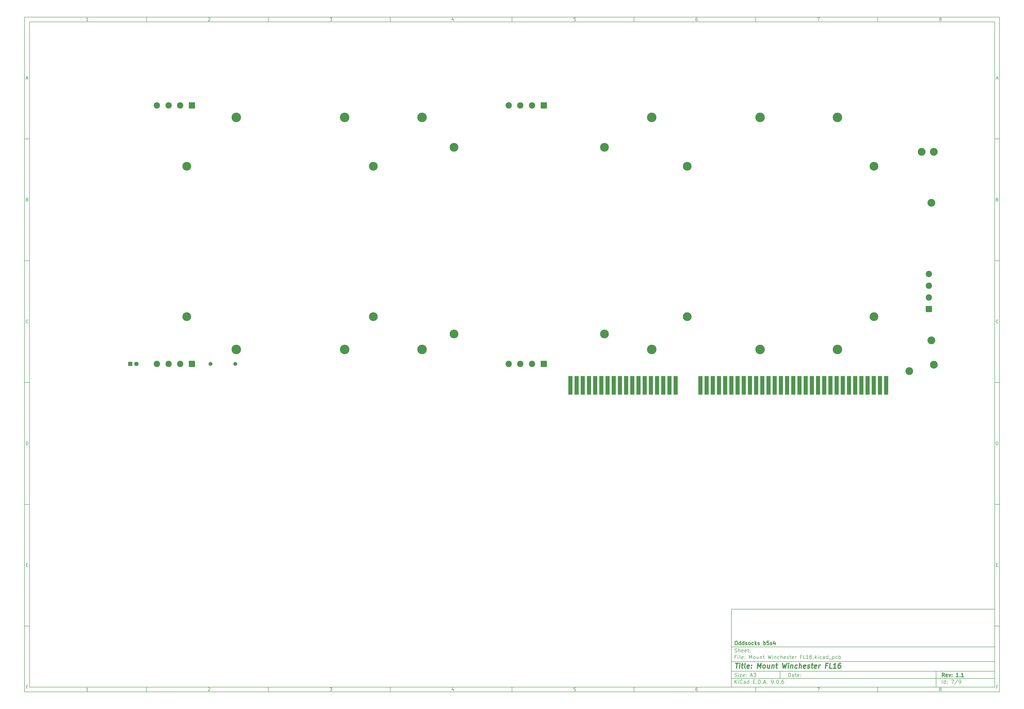
<source format=gts>
%TF.GenerationSoftware,KiCad,Pcbnew,9.0.6*%
%TF.CreationDate,2025-11-29T14:17:50+08:00*%
%TF.ProjectId,Mount Winchester FL16,4d6f756e-7420-4576-996e-636865737465,1.1*%
%TF.SameCoordinates,Original*%
%TF.FileFunction,Soldermask,Top*%
%TF.FilePolarity,Negative*%
%FSLAX46Y46*%
G04 Gerber Fmt 4.6, Leading zero omitted, Abs format (unit mm)*
G04 Created by KiCad (PCBNEW 9.0.6) date 2025-11-29 14:17:50*
%MOMM*%
%LPD*%
G01*
G04 APERTURE LIST*
G04 Aperture macros list*
%AMRoundRect*
0 Rectangle with rounded corners*
0 $1 Rounding radius*
0 $2 $3 $4 $5 $6 $7 $8 $9 X,Y pos of 4 corners*
0 Add a 4 corners polygon primitive as box body*
4,1,4,$2,$3,$4,$5,$6,$7,$8,$9,$2,$3,0*
0 Add four circle primitives for the rounded corners*
1,1,$1+$1,$2,$3*
1,1,$1+$1,$4,$5*
1,1,$1+$1,$6,$7*
1,1,$1+$1,$8,$9*
0 Add four rect primitives between the rounded corners*
20,1,$1+$1,$2,$3,$4,$5,0*
20,1,$1+$1,$4,$5,$6,$7,0*
20,1,$1+$1,$6,$7,$8,$9,0*
20,1,$1+$1,$8,$9,$2,$3,0*%
G04 Aperture macros list end*
%ADD10C,0.100000*%
%ADD11C,0.150000*%
%ADD12C,0.300000*%
%ADD13C,0.400000*%
%ADD14RoundRect,0.250000X1.050000X1.050000X-1.050000X1.050000X-1.050000X-1.050000X1.050000X-1.050000X0*%
%ADD15C,2.600000*%
%ADD16C,3.200000*%
%ADD17R,1.800000X1.800000*%
%ADD18C,1.800000*%
%ADD19RoundRect,0.250000X1.050000X-1.050000X1.050000X1.050000X-1.050000X1.050000X-1.050000X-1.050000X0*%
%ADD20R,1.780000X7.620000*%
%ADD21C,1.600000*%
%ADD22C,3.900000*%
%ADD23C,3.600000*%
G04 APERTURE END LIST*
D10*
D11*
X299989000Y-253002200D02*
X407989000Y-253002200D01*
X407989000Y-285002200D01*
X299989000Y-285002200D01*
X299989000Y-253002200D01*
D10*
D11*
X10000000Y-10000000D02*
X409989000Y-10000000D01*
X409989000Y-287002200D01*
X10000000Y-287002200D01*
X10000000Y-10000000D01*
D10*
D11*
X12000000Y-12000000D02*
X407989000Y-12000000D01*
X407989000Y-285002200D01*
X12000000Y-285002200D01*
X12000000Y-12000000D01*
D10*
D11*
X60000000Y-12000000D02*
X60000000Y-10000000D01*
D10*
D11*
X110000000Y-12000000D02*
X110000000Y-10000000D01*
D10*
D11*
X160000000Y-12000000D02*
X160000000Y-10000000D01*
D10*
D11*
X210000000Y-12000000D02*
X210000000Y-10000000D01*
D10*
D11*
X260000000Y-12000000D02*
X260000000Y-10000000D01*
D10*
D11*
X310000000Y-12000000D02*
X310000000Y-10000000D01*
D10*
D11*
X360000000Y-12000000D02*
X360000000Y-10000000D01*
D10*
D11*
X36089160Y-11593604D02*
X35346303Y-11593604D01*
X35717731Y-11593604D02*
X35717731Y-10293604D01*
X35717731Y-10293604D02*
X35593922Y-10479319D01*
X35593922Y-10479319D02*
X35470112Y-10603128D01*
X35470112Y-10603128D02*
X35346303Y-10665033D01*
D10*
D11*
X85346303Y-10417414D02*
X85408207Y-10355509D01*
X85408207Y-10355509D02*
X85532017Y-10293604D01*
X85532017Y-10293604D02*
X85841541Y-10293604D01*
X85841541Y-10293604D02*
X85965350Y-10355509D01*
X85965350Y-10355509D02*
X86027255Y-10417414D01*
X86027255Y-10417414D02*
X86089160Y-10541223D01*
X86089160Y-10541223D02*
X86089160Y-10665033D01*
X86089160Y-10665033D02*
X86027255Y-10850747D01*
X86027255Y-10850747D02*
X85284398Y-11593604D01*
X85284398Y-11593604D02*
X86089160Y-11593604D01*
D10*
D11*
X135284398Y-10293604D02*
X136089160Y-10293604D01*
X136089160Y-10293604D02*
X135655826Y-10788842D01*
X135655826Y-10788842D02*
X135841541Y-10788842D01*
X135841541Y-10788842D02*
X135965350Y-10850747D01*
X135965350Y-10850747D02*
X136027255Y-10912652D01*
X136027255Y-10912652D02*
X136089160Y-11036461D01*
X136089160Y-11036461D02*
X136089160Y-11345985D01*
X136089160Y-11345985D02*
X136027255Y-11469795D01*
X136027255Y-11469795D02*
X135965350Y-11531700D01*
X135965350Y-11531700D02*
X135841541Y-11593604D01*
X135841541Y-11593604D02*
X135470112Y-11593604D01*
X135470112Y-11593604D02*
X135346303Y-11531700D01*
X135346303Y-11531700D02*
X135284398Y-11469795D01*
D10*
D11*
X185965350Y-10726938D02*
X185965350Y-11593604D01*
X185655826Y-10231700D02*
X185346303Y-11160271D01*
X185346303Y-11160271D02*
X186151064Y-11160271D01*
D10*
D11*
X236027255Y-10293604D02*
X235408207Y-10293604D01*
X235408207Y-10293604D02*
X235346303Y-10912652D01*
X235346303Y-10912652D02*
X235408207Y-10850747D01*
X235408207Y-10850747D02*
X235532017Y-10788842D01*
X235532017Y-10788842D02*
X235841541Y-10788842D01*
X235841541Y-10788842D02*
X235965350Y-10850747D01*
X235965350Y-10850747D02*
X236027255Y-10912652D01*
X236027255Y-10912652D02*
X236089160Y-11036461D01*
X236089160Y-11036461D02*
X236089160Y-11345985D01*
X236089160Y-11345985D02*
X236027255Y-11469795D01*
X236027255Y-11469795D02*
X235965350Y-11531700D01*
X235965350Y-11531700D02*
X235841541Y-11593604D01*
X235841541Y-11593604D02*
X235532017Y-11593604D01*
X235532017Y-11593604D02*
X235408207Y-11531700D01*
X235408207Y-11531700D02*
X235346303Y-11469795D01*
D10*
D11*
X285965350Y-10293604D02*
X285717731Y-10293604D01*
X285717731Y-10293604D02*
X285593922Y-10355509D01*
X285593922Y-10355509D02*
X285532017Y-10417414D01*
X285532017Y-10417414D02*
X285408207Y-10603128D01*
X285408207Y-10603128D02*
X285346303Y-10850747D01*
X285346303Y-10850747D02*
X285346303Y-11345985D01*
X285346303Y-11345985D02*
X285408207Y-11469795D01*
X285408207Y-11469795D02*
X285470112Y-11531700D01*
X285470112Y-11531700D02*
X285593922Y-11593604D01*
X285593922Y-11593604D02*
X285841541Y-11593604D01*
X285841541Y-11593604D02*
X285965350Y-11531700D01*
X285965350Y-11531700D02*
X286027255Y-11469795D01*
X286027255Y-11469795D02*
X286089160Y-11345985D01*
X286089160Y-11345985D02*
X286089160Y-11036461D01*
X286089160Y-11036461D02*
X286027255Y-10912652D01*
X286027255Y-10912652D02*
X285965350Y-10850747D01*
X285965350Y-10850747D02*
X285841541Y-10788842D01*
X285841541Y-10788842D02*
X285593922Y-10788842D01*
X285593922Y-10788842D02*
X285470112Y-10850747D01*
X285470112Y-10850747D02*
X285408207Y-10912652D01*
X285408207Y-10912652D02*
X285346303Y-11036461D01*
D10*
D11*
X335284398Y-10293604D02*
X336151064Y-10293604D01*
X336151064Y-10293604D02*
X335593922Y-11593604D01*
D10*
D11*
X385593922Y-10850747D02*
X385470112Y-10788842D01*
X385470112Y-10788842D02*
X385408207Y-10726938D01*
X385408207Y-10726938D02*
X385346303Y-10603128D01*
X385346303Y-10603128D02*
X385346303Y-10541223D01*
X385346303Y-10541223D02*
X385408207Y-10417414D01*
X385408207Y-10417414D02*
X385470112Y-10355509D01*
X385470112Y-10355509D02*
X385593922Y-10293604D01*
X385593922Y-10293604D02*
X385841541Y-10293604D01*
X385841541Y-10293604D02*
X385965350Y-10355509D01*
X385965350Y-10355509D02*
X386027255Y-10417414D01*
X386027255Y-10417414D02*
X386089160Y-10541223D01*
X386089160Y-10541223D02*
X386089160Y-10603128D01*
X386089160Y-10603128D02*
X386027255Y-10726938D01*
X386027255Y-10726938D02*
X385965350Y-10788842D01*
X385965350Y-10788842D02*
X385841541Y-10850747D01*
X385841541Y-10850747D02*
X385593922Y-10850747D01*
X385593922Y-10850747D02*
X385470112Y-10912652D01*
X385470112Y-10912652D02*
X385408207Y-10974557D01*
X385408207Y-10974557D02*
X385346303Y-11098366D01*
X385346303Y-11098366D02*
X385346303Y-11345985D01*
X385346303Y-11345985D02*
X385408207Y-11469795D01*
X385408207Y-11469795D02*
X385470112Y-11531700D01*
X385470112Y-11531700D02*
X385593922Y-11593604D01*
X385593922Y-11593604D02*
X385841541Y-11593604D01*
X385841541Y-11593604D02*
X385965350Y-11531700D01*
X385965350Y-11531700D02*
X386027255Y-11469795D01*
X386027255Y-11469795D02*
X386089160Y-11345985D01*
X386089160Y-11345985D02*
X386089160Y-11098366D01*
X386089160Y-11098366D02*
X386027255Y-10974557D01*
X386027255Y-10974557D02*
X385965350Y-10912652D01*
X385965350Y-10912652D02*
X385841541Y-10850747D01*
D10*
D11*
X60000000Y-285002200D02*
X60000000Y-287002200D01*
D10*
D11*
X110000000Y-285002200D02*
X110000000Y-287002200D01*
D10*
D11*
X160000000Y-285002200D02*
X160000000Y-287002200D01*
D10*
D11*
X210000000Y-285002200D02*
X210000000Y-287002200D01*
D10*
D11*
X260000000Y-285002200D02*
X260000000Y-287002200D01*
D10*
D11*
X310000000Y-285002200D02*
X310000000Y-287002200D01*
D10*
D11*
X360000000Y-285002200D02*
X360000000Y-287002200D01*
D10*
D11*
X36089160Y-286595804D02*
X35346303Y-286595804D01*
X35717731Y-286595804D02*
X35717731Y-285295804D01*
X35717731Y-285295804D02*
X35593922Y-285481519D01*
X35593922Y-285481519D02*
X35470112Y-285605328D01*
X35470112Y-285605328D02*
X35346303Y-285667233D01*
D10*
D11*
X85346303Y-285419614D02*
X85408207Y-285357709D01*
X85408207Y-285357709D02*
X85532017Y-285295804D01*
X85532017Y-285295804D02*
X85841541Y-285295804D01*
X85841541Y-285295804D02*
X85965350Y-285357709D01*
X85965350Y-285357709D02*
X86027255Y-285419614D01*
X86027255Y-285419614D02*
X86089160Y-285543423D01*
X86089160Y-285543423D02*
X86089160Y-285667233D01*
X86089160Y-285667233D02*
X86027255Y-285852947D01*
X86027255Y-285852947D02*
X85284398Y-286595804D01*
X85284398Y-286595804D02*
X86089160Y-286595804D01*
D10*
D11*
X135284398Y-285295804D02*
X136089160Y-285295804D01*
X136089160Y-285295804D02*
X135655826Y-285791042D01*
X135655826Y-285791042D02*
X135841541Y-285791042D01*
X135841541Y-285791042D02*
X135965350Y-285852947D01*
X135965350Y-285852947D02*
X136027255Y-285914852D01*
X136027255Y-285914852D02*
X136089160Y-286038661D01*
X136089160Y-286038661D02*
X136089160Y-286348185D01*
X136089160Y-286348185D02*
X136027255Y-286471995D01*
X136027255Y-286471995D02*
X135965350Y-286533900D01*
X135965350Y-286533900D02*
X135841541Y-286595804D01*
X135841541Y-286595804D02*
X135470112Y-286595804D01*
X135470112Y-286595804D02*
X135346303Y-286533900D01*
X135346303Y-286533900D02*
X135284398Y-286471995D01*
D10*
D11*
X185965350Y-285729138D02*
X185965350Y-286595804D01*
X185655826Y-285233900D02*
X185346303Y-286162471D01*
X185346303Y-286162471D02*
X186151064Y-286162471D01*
D10*
D11*
X236027255Y-285295804D02*
X235408207Y-285295804D01*
X235408207Y-285295804D02*
X235346303Y-285914852D01*
X235346303Y-285914852D02*
X235408207Y-285852947D01*
X235408207Y-285852947D02*
X235532017Y-285791042D01*
X235532017Y-285791042D02*
X235841541Y-285791042D01*
X235841541Y-285791042D02*
X235965350Y-285852947D01*
X235965350Y-285852947D02*
X236027255Y-285914852D01*
X236027255Y-285914852D02*
X236089160Y-286038661D01*
X236089160Y-286038661D02*
X236089160Y-286348185D01*
X236089160Y-286348185D02*
X236027255Y-286471995D01*
X236027255Y-286471995D02*
X235965350Y-286533900D01*
X235965350Y-286533900D02*
X235841541Y-286595804D01*
X235841541Y-286595804D02*
X235532017Y-286595804D01*
X235532017Y-286595804D02*
X235408207Y-286533900D01*
X235408207Y-286533900D02*
X235346303Y-286471995D01*
D10*
D11*
X285965350Y-285295804D02*
X285717731Y-285295804D01*
X285717731Y-285295804D02*
X285593922Y-285357709D01*
X285593922Y-285357709D02*
X285532017Y-285419614D01*
X285532017Y-285419614D02*
X285408207Y-285605328D01*
X285408207Y-285605328D02*
X285346303Y-285852947D01*
X285346303Y-285852947D02*
X285346303Y-286348185D01*
X285346303Y-286348185D02*
X285408207Y-286471995D01*
X285408207Y-286471995D02*
X285470112Y-286533900D01*
X285470112Y-286533900D02*
X285593922Y-286595804D01*
X285593922Y-286595804D02*
X285841541Y-286595804D01*
X285841541Y-286595804D02*
X285965350Y-286533900D01*
X285965350Y-286533900D02*
X286027255Y-286471995D01*
X286027255Y-286471995D02*
X286089160Y-286348185D01*
X286089160Y-286348185D02*
X286089160Y-286038661D01*
X286089160Y-286038661D02*
X286027255Y-285914852D01*
X286027255Y-285914852D02*
X285965350Y-285852947D01*
X285965350Y-285852947D02*
X285841541Y-285791042D01*
X285841541Y-285791042D02*
X285593922Y-285791042D01*
X285593922Y-285791042D02*
X285470112Y-285852947D01*
X285470112Y-285852947D02*
X285408207Y-285914852D01*
X285408207Y-285914852D02*
X285346303Y-286038661D01*
D10*
D11*
X335284398Y-285295804D02*
X336151064Y-285295804D01*
X336151064Y-285295804D02*
X335593922Y-286595804D01*
D10*
D11*
X385593922Y-285852947D02*
X385470112Y-285791042D01*
X385470112Y-285791042D02*
X385408207Y-285729138D01*
X385408207Y-285729138D02*
X385346303Y-285605328D01*
X385346303Y-285605328D02*
X385346303Y-285543423D01*
X385346303Y-285543423D02*
X385408207Y-285419614D01*
X385408207Y-285419614D02*
X385470112Y-285357709D01*
X385470112Y-285357709D02*
X385593922Y-285295804D01*
X385593922Y-285295804D02*
X385841541Y-285295804D01*
X385841541Y-285295804D02*
X385965350Y-285357709D01*
X385965350Y-285357709D02*
X386027255Y-285419614D01*
X386027255Y-285419614D02*
X386089160Y-285543423D01*
X386089160Y-285543423D02*
X386089160Y-285605328D01*
X386089160Y-285605328D02*
X386027255Y-285729138D01*
X386027255Y-285729138D02*
X385965350Y-285791042D01*
X385965350Y-285791042D02*
X385841541Y-285852947D01*
X385841541Y-285852947D02*
X385593922Y-285852947D01*
X385593922Y-285852947D02*
X385470112Y-285914852D01*
X385470112Y-285914852D02*
X385408207Y-285976757D01*
X385408207Y-285976757D02*
X385346303Y-286100566D01*
X385346303Y-286100566D02*
X385346303Y-286348185D01*
X385346303Y-286348185D02*
X385408207Y-286471995D01*
X385408207Y-286471995D02*
X385470112Y-286533900D01*
X385470112Y-286533900D02*
X385593922Y-286595804D01*
X385593922Y-286595804D02*
X385841541Y-286595804D01*
X385841541Y-286595804D02*
X385965350Y-286533900D01*
X385965350Y-286533900D02*
X386027255Y-286471995D01*
X386027255Y-286471995D02*
X386089160Y-286348185D01*
X386089160Y-286348185D02*
X386089160Y-286100566D01*
X386089160Y-286100566D02*
X386027255Y-285976757D01*
X386027255Y-285976757D02*
X385965350Y-285914852D01*
X385965350Y-285914852D02*
X385841541Y-285852947D01*
D10*
D11*
X10000000Y-60000000D02*
X12000000Y-60000000D01*
D10*
D11*
X10000000Y-110000000D02*
X12000000Y-110000000D01*
D10*
D11*
X10000000Y-160000000D02*
X12000000Y-160000000D01*
D10*
D11*
X10000000Y-210000000D02*
X12000000Y-210000000D01*
D10*
D11*
X10000000Y-260000000D02*
X12000000Y-260000000D01*
D10*
D11*
X10690476Y-35222176D02*
X11309523Y-35222176D01*
X10566666Y-35593604D02*
X10999999Y-34293604D01*
X10999999Y-34293604D02*
X11433333Y-35593604D01*
D10*
D11*
X11092857Y-84912652D02*
X11278571Y-84974557D01*
X11278571Y-84974557D02*
X11340476Y-85036461D01*
X11340476Y-85036461D02*
X11402380Y-85160271D01*
X11402380Y-85160271D02*
X11402380Y-85345985D01*
X11402380Y-85345985D02*
X11340476Y-85469795D01*
X11340476Y-85469795D02*
X11278571Y-85531700D01*
X11278571Y-85531700D02*
X11154761Y-85593604D01*
X11154761Y-85593604D02*
X10659523Y-85593604D01*
X10659523Y-85593604D02*
X10659523Y-84293604D01*
X10659523Y-84293604D02*
X11092857Y-84293604D01*
X11092857Y-84293604D02*
X11216666Y-84355509D01*
X11216666Y-84355509D02*
X11278571Y-84417414D01*
X11278571Y-84417414D02*
X11340476Y-84541223D01*
X11340476Y-84541223D02*
X11340476Y-84665033D01*
X11340476Y-84665033D02*
X11278571Y-84788842D01*
X11278571Y-84788842D02*
X11216666Y-84850747D01*
X11216666Y-84850747D02*
X11092857Y-84912652D01*
X11092857Y-84912652D02*
X10659523Y-84912652D01*
D10*
D11*
X11402380Y-135469795D02*
X11340476Y-135531700D01*
X11340476Y-135531700D02*
X11154761Y-135593604D01*
X11154761Y-135593604D02*
X11030952Y-135593604D01*
X11030952Y-135593604D02*
X10845238Y-135531700D01*
X10845238Y-135531700D02*
X10721428Y-135407890D01*
X10721428Y-135407890D02*
X10659523Y-135284080D01*
X10659523Y-135284080D02*
X10597619Y-135036461D01*
X10597619Y-135036461D02*
X10597619Y-134850747D01*
X10597619Y-134850747D02*
X10659523Y-134603128D01*
X10659523Y-134603128D02*
X10721428Y-134479319D01*
X10721428Y-134479319D02*
X10845238Y-134355509D01*
X10845238Y-134355509D02*
X11030952Y-134293604D01*
X11030952Y-134293604D02*
X11154761Y-134293604D01*
X11154761Y-134293604D02*
X11340476Y-134355509D01*
X11340476Y-134355509D02*
X11402380Y-134417414D01*
D10*
D11*
X10659523Y-185593604D02*
X10659523Y-184293604D01*
X10659523Y-184293604D02*
X10969047Y-184293604D01*
X10969047Y-184293604D02*
X11154761Y-184355509D01*
X11154761Y-184355509D02*
X11278571Y-184479319D01*
X11278571Y-184479319D02*
X11340476Y-184603128D01*
X11340476Y-184603128D02*
X11402380Y-184850747D01*
X11402380Y-184850747D02*
X11402380Y-185036461D01*
X11402380Y-185036461D02*
X11340476Y-185284080D01*
X11340476Y-185284080D02*
X11278571Y-185407890D01*
X11278571Y-185407890D02*
X11154761Y-185531700D01*
X11154761Y-185531700D02*
X10969047Y-185593604D01*
X10969047Y-185593604D02*
X10659523Y-185593604D01*
D10*
D11*
X10721428Y-234912652D02*
X11154762Y-234912652D01*
X11340476Y-235593604D02*
X10721428Y-235593604D01*
X10721428Y-235593604D02*
X10721428Y-234293604D01*
X10721428Y-234293604D02*
X11340476Y-234293604D01*
D10*
D11*
X11185714Y-284912652D02*
X10752380Y-284912652D01*
X10752380Y-285593604D02*
X10752380Y-284293604D01*
X10752380Y-284293604D02*
X11371428Y-284293604D01*
D10*
D11*
X409989000Y-60000000D02*
X407989000Y-60000000D01*
D10*
D11*
X409989000Y-110000000D02*
X407989000Y-110000000D01*
D10*
D11*
X409989000Y-160000000D02*
X407989000Y-160000000D01*
D10*
D11*
X409989000Y-210000000D02*
X407989000Y-210000000D01*
D10*
D11*
X409989000Y-260000000D02*
X407989000Y-260000000D01*
D10*
D11*
X408679476Y-35222176D02*
X409298523Y-35222176D01*
X408555666Y-35593604D02*
X408988999Y-34293604D01*
X408988999Y-34293604D02*
X409422333Y-35593604D01*
D10*
D11*
X409081857Y-84912652D02*
X409267571Y-84974557D01*
X409267571Y-84974557D02*
X409329476Y-85036461D01*
X409329476Y-85036461D02*
X409391380Y-85160271D01*
X409391380Y-85160271D02*
X409391380Y-85345985D01*
X409391380Y-85345985D02*
X409329476Y-85469795D01*
X409329476Y-85469795D02*
X409267571Y-85531700D01*
X409267571Y-85531700D02*
X409143761Y-85593604D01*
X409143761Y-85593604D02*
X408648523Y-85593604D01*
X408648523Y-85593604D02*
X408648523Y-84293604D01*
X408648523Y-84293604D02*
X409081857Y-84293604D01*
X409081857Y-84293604D02*
X409205666Y-84355509D01*
X409205666Y-84355509D02*
X409267571Y-84417414D01*
X409267571Y-84417414D02*
X409329476Y-84541223D01*
X409329476Y-84541223D02*
X409329476Y-84665033D01*
X409329476Y-84665033D02*
X409267571Y-84788842D01*
X409267571Y-84788842D02*
X409205666Y-84850747D01*
X409205666Y-84850747D02*
X409081857Y-84912652D01*
X409081857Y-84912652D02*
X408648523Y-84912652D01*
D10*
D11*
X409391380Y-135469795D02*
X409329476Y-135531700D01*
X409329476Y-135531700D02*
X409143761Y-135593604D01*
X409143761Y-135593604D02*
X409019952Y-135593604D01*
X409019952Y-135593604D02*
X408834238Y-135531700D01*
X408834238Y-135531700D02*
X408710428Y-135407890D01*
X408710428Y-135407890D02*
X408648523Y-135284080D01*
X408648523Y-135284080D02*
X408586619Y-135036461D01*
X408586619Y-135036461D02*
X408586619Y-134850747D01*
X408586619Y-134850747D02*
X408648523Y-134603128D01*
X408648523Y-134603128D02*
X408710428Y-134479319D01*
X408710428Y-134479319D02*
X408834238Y-134355509D01*
X408834238Y-134355509D02*
X409019952Y-134293604D01*
X409019952Y-134293604D02*
X409143761Y-134293604D01*
X409143761Y-134293604D02*
X409329476Y-134355509D01*
X409329476Y-134355509D02*
X409391380Y-134417414D01*
D10*
D11*
X408648523Y-185593604D02*
X408648523Y-184293604D01*
X408648523Y-184293604D02*
X408958047Y-184293604D01*
X408958047Y-184293604D02*
X409143761Y-184355509D01*
X409143761Y-184355509D02*
X409267571Y-184479319D01*
X409267571Y-184479319D02*
X409329476Y-184603128D01*
X409329476Y-184603128D02*
X409391380Y-184850747D01*
X409391380Y-184850747D02*
X409391380Y-185036461D01*
X409391380Y-185036461D02*
X409329476Y-185284080D01*
X409329476Y-185284080D02*
X409267571Y-185407890D01*
X409267571Y-185407890D02*
X409143761Y-185531700D01*
X409143761Y-185531700D02*
X408958047Y-185593604D01*
X408958047Y-185593604D02*
X408648523Y-185593604D01*
D10*
D11*
X408710428Y-234912652D02*
X409143762Y-234912652D01*
X409329476Y-235593604D02*
X408710428Y-235593604D01*
X408710428Y-235593604D02*
X408710428Y-234293604D01*
X408710428Y-234293604D02*
X409329476Y-234293604D01*
D10*
D11*
X409174714Y-284912652D02*
X408741380Y-284912652D01*
X408741380Y-285593604D02*
X408741380Y-284293604D01*
X408741380Y-284293604D02*
X409360428Y-284293604D01*
D10*
D11*
X323444826Y-280788328D02*
X323444826Y-279288328D01*
X323444826Y-279288328D02*
X323801969Y-279288328D01*
X323801969Y-279288328D02*
X324016255Y-279359757D01*
X324016255Y-279359757D02*
X324159112Y-279502614D01*
X324159112Y-279502614D02*
X324230541Y-279645471D01*
X324230541Y-279645471D02*
X324301969Y-279931185D01*
X324301969Y-279931185D02*
X324301969Y-280145471D01*
X324301969Y-280145471D02*
X324230541Y-280431185D01*
X324230541Y-280431185D02*
X324159112Y-280574042D01*
X324159112Y-280574042D02*
X324016255Y-280716900D01*
X324016255Y-280716900D02*
X323801969Y-280788328D01*
X323801969Y-280788328D02*
X323444826Y-280788328D01*
X325587684Y-280788328D02*
X325587684Y-280002614D01*
X325587684Y-280002614D02*
X325516255Y-279859757D01*
X325516255Y-279859757D02*
X325373398Y-279788328D01*
X325373398Y-279788328D02*
X325087684Y-279788328D01*
X325087684Y-279788328D02*
X324944826Y-279859757D01*
X325587684Y-280716900D02*
X325444826Y-280788328D01*
X325444826Y-280788328D02*
X325087684Y-280788328D01*
X325087684Y-280788328D02*
X324944826Y-280716900D01*
X324944826Y-280716900D02*
X324873398Y-280574042D01*
X324873398Y-280574042D02*
X324873398Y-280431185D01*
X324873398Y-280431185D02*
X324944826Y-280288328D01*
X324944826Y-280288328D02*
X325087684Y-280216900D01*
X325087684Y-280216900D02*
X325444826Y-280216900D01*
X325444826Y-280216900D02*
X325587684Y-280145471D01*
X326087684Y-279788328D02*
X326659112Y-279788328D01*
X326301969Y-279288328D02*
X326301969Y-280574042D01*
X326301969Y-280574042D02*
X326373398Y-280716900D01*
X326373398Y-280716900D02*
X326516255Y-280788328D01*
X326516255Y-280788328D02*
X326659112Y-280788328D01*
X327730541Y-280716900D02*
X327587684Y-280788328D01*
X327587684Y-280788328D02*
X327301970Y-280788328D01*
X327301970Y-280788328D02*
X327159112Y-280716900D01*
X327159112Y-280716900D02*
X327087684Y-280574042D01*
X327087684Y-280574042D02*
X327087684Y-280002614D01*
X327087684Y-280002614D02*
X327159112Y-279859757D01*
X327159112Y-279859757D02*
X327301970Y-279788328D01*
X327301970Y-279788328D02*
X327587684Y-279788328D01*
X327587684Y-279788328D02*
X327730541Y-279859757D01*
X327730541Y-279859757D02*
X327801970Y-280002614D01*
X327801970Y-280002614D02*
X327801970Y-280145471D01*
X327801970Y-280145471D02*
X327087684Y-280288328D01*
X328444826Y-280645471D02*
X328516255Y-280716900D01*
X328516255Y-280716900D02*
X328444826Y-280788328D01*
X328444826Y-280788328D02*
X328373398Y-280716900D01*
X328373398Y-280716900D02*
X328444826Y-280645471D01*
X328444826Y-280645471D02*
X328444826Y-280788328D01*
X328444826Y-279859757D02*
X328516255Y-279931185D01*
X328516255Y-279931185D02*
X328444826Y-280002614D01*
X328444826Y-280002614D02*
X328373398Y-279931185D01*
X328373398Y-279931185D02*
X328444826Y-279859757D01*
X328444826Y-279859757D02*
X328444826Y-280002614D01*
D10*
D11*
X299989000Y-281502200D02*
X407989000Y-281502200D01*
D10*
D11*
X301444826Y-283588328D02*
X301444826Y-282088328D01*
X302301969Y-283588328D02*
X301659112Y-282731185D01*
X302301969Y-282088328D02*
X301444826Y-282945471D01*
X302944826Y-283588328D02*
X302944826Y-282588328D01*
X302944826Y-282088328D02*
X302873398Y-282159757D01*
X302873398Y-282159757D02*
X302944826Y-282231185D01*
X302944826Y-282231185D02*
X303016255Y-282159757D01*
X303016255Y-282159757D02*
X302944826Y-282088328D01*
X302944826Y-282088328D02*
X302944826Y-282231185D01*
X304516255Y-283445471D02*
X304444827Y-283516900D01*
X304444827Y-283516900D02*
X304230541Y-283588328D01*
X304230541Y-283588328D02*
X304087684Y-283588328D01*
X304087684Y-283588328D02*
X303873398Y-283516900D01*
X303873398Y-283516900D02*
X303730541Y-283374042D01*
X303730541Y-283374042D02*
X303659112Y-283231185D01*
X303659112Y-283231185D02*
X303587684Y-282945471D01*
X303587684Y-282945471D02*
X303587684Y-282731185D01*
X303587684Y-282731185D02*
X303659112Y-282445471D01*
X303659112Y-282445471D02*
X303730541Y-282302614D01*
X303730541Y-282302614D02*
X303873398Y-282159757D01*
X303873398Y-282159757D02*
X304087684Y-282088328D01*
X304087684Y-282088328D02*
X304230541Y-282088328D01*
X304230541Y-282088328D02*
X304444827Y-282159757D01*
X304444827Y-282159757D02*
X304516255Y-282231185D01*
X305801970Y-283588328D02*
X305801970Y-282802614D01*
X305801970Y-282802614D02*
X305730541Y-282659757D01*
X305730541Y-282659757D02*
X305587684Y-282588328D01*
X305587684Y-282588328D02*
X305301970Y-282588328D01*
X305301970Y-282588328D02*
X305159112Y-282659757D01*
X305801970Y-283516900D02*
X305659112Y-283588328D01*
X305659112Y-283588328D02*
X305301970Y-283588328D01*
X305301970Y-283588328D02*
X305159112Y-283516900D01*
X305159112Y-283516900D02*
X305087684Y-283374042D01*
X305087684Y-283374042D02*
X305087684Y-283231185D01*
X305087684Y-283231185D02*
X305159112Y-283088328D01*
X305159112Y-283088328D02*
X305301970Y-283016900D01*
X305301970Y-283016900D02*
X305659112Y-283016900D01*
X305659112Y-283016900D02*
X305801970Y-282945471D01*
X307159113Y-283588328D02*
X307159113Y-282088328D01*
X307159113Y-283516900D02*
X307016255Y-283588328D01*
X307016255Y-283588328D02*
X306730541Y-283588328D01*
X306730541Y-283588328D02*
X306587684Y-283516900D01*
X306587684Y-283516900D02*
X306516255Y-283445471D01*
X306516255Y-283445471D02*
X306444827Y-283302614D01*
X306444827Y-283302614D02*
X306444827Y-282874042D01*
X306444827Y-282874042D02*
X306516255Y-282731185D01*
X306516255Y-282731185D02*
X306587684Y-282659757D01*
X306587684Y-282659757D02*
X306730541Y-282588328D01*
X306730541Y-282588328D02*
X307016255Y-282588328D01*
X307016255Y-282588328D02*
X307159113Y-282659757D01*
X309016255Y-282802614D02*
X309516255Y-282802614D01*
X309730541Y-283588328D02*
X309016255Y-283588328D01*
X309016255Y-283588328D02*
X309016255Y-282088328D01*
X309016255Y-282088328D02*
X309730541Y-282088328D01*
X310373398Y-283445471D02*
X310444827Y-283516900D01*
X310444827Y-283516900D02*
X310373398Y-283588328D01*
X310373398Y-283588328D02*
X310301970Y-283516900D01*
X310301970Y-283516900D02*
X310373398Y-283445471D01*
X310373398Y-283445471D02*
X310373398Y-283588328D01*
X311087684Y-283588328D02*
X311087684Y-282088328D01*
X311087684Y-282088328D02*
X311444827Y-282088328D01*
X311444827Y-282088328D02*
X311659113Y-282159757D01*
X311659113Y-282159757D02*
X311801970Y-282302614D01*
X311801970Y-282302614D02*
X311873399Y-282445471D01*
X311873399Y-282445471D02*
X311944827Y-282731185D01*
X311944827Y-282731185D02*
X311944827Y-282945471D01*
X311944827Y-282945471D02*
X311873399Y-283231185D01*
X311873399Y-283231185D02*
X311801970Y-283374042D01*
X311801970Y-283374042D02*
X311659113Y-283516900D01*
X311659113Y-283516900D02*
X311444827Y-283588328D01*
X311444827Y-283588328D02*
X311087684Y-283588328D01*
X312587684Y-283445471D02*
X312659113Y-283516900D01*
X312659113Y-283516900D02*
X312587684Y-283588328D01*
X312587684Y-283588328D02*
X312516256Y-283516900D01*
X312516256Y-283516900D02*
X312587684Y-283445471D01*
X312587684Y-283445471D02*
X312587684Y-283588328D01*
X313230542Y-283159757D02*
X313944828Y-283159757D01*
X313087685Y-283588328D02*
X313587685Y-282088328D01*
X313587685Y-282088328D02*
X314087685Y-283588328D01*
X314587684Y-283445471D02*
X314659113Y-283516900D01*
X314659113Y-283516900D02*
X314587684Y-283588328D01*
X314587684Y-283588328D02*
X314516256Y-283516900D01*
X314516256Y-283516900D02*
X314587684Y-283445471D01*
X314587684Y-283445471D02*
X314587684Y-283588328D01*
X316516256Y-283588328D02*
X316801970Y-283588328D01*
X316801970Y-283588328D02*
X316944827Y-283516900D01*
X316944827Y-283516900D02*
X317016256Y-283445471D01*
X317016256Y-283445471D02*
X317159113Y-283231185D01*
X317159113Y-283231185D02*
X317230542Y-282945471D01*
X317230542Y-282945471D02*
X317230542Y-282374042D01*
X317230542Y-282374042D02*
X317159113Y-282231185D01*
X317159113Y-282231185D02*
X317087685Y-282159757D01*
X317087685Y-282159757D02*
X316944827Y-282088328D01*
X316944827Y-282088328D02*
X316659113Y-282088328D01*
X316659113Y-282088328D02*
X316516256Y-282159757D01*
X316516256Y-282159757D02*
X316444827Y-282231185D01*
X316444827Y-282231185D02*
X316373399Y-282374042D01*
X316373399Y-282374042D02*
X316373399Y-282731185D01*
X316373399Y-282731185D02*
X316444827Y-282874042D01*
X316444827Y-282874042D02*
X316516256Y-282945471D01*
X316516256Y-282945471D02*
X316659113Y-283016900D01*
X316659113Y-283016900D02*
X316944827Y-283016900D01*
X316944827Y-283016900D02*
X317087685Y-282945471D01*
X317087685Y-282945471D02*
X317159113Y-282874042D01*
X317159113Y-282874042D02*
X317230542Y-282731185D01*
X317873398Y-283445471D02*
X317944827Y-283516900D01*
X317944827Y-283516900D02*
X317873398Y-283588328D01*
X317873398Y-283588328D02*
X317801970Y-283516900D01*
X317801970Y-283516900D02*
X317873398Y-283445471D01*
X317873398Y-283445471D02*
X317873398Y-283588328D01*
X318873399Y-282088328D02*
X319016256Y-282088328D01*
X319016256Y-282088328D02*
X319159113Y-282159757D01*
X319159113Y-282159757D02*
X319230542Y-282231185D01*
X319230542Y-282231185D02*
X319301970Y-282374042D01*
X319301970Y-282374042D02*
X319373399Y-282659757D01*
X319373399Y-282659757D02*
X319373399Y-283016900D01*
X319373399Y-283016900D02*
X319301970Y-283302614D01*
X319301970Y-283302614D02*
X319230542Y-283445471D01*
X319230542Y-283445471D02*
X319159113Y-283516900D01*
X319159113Y-283516900D02*
X319016256Y-283588328D01*
X319016256Y-283588328D02*
X318873399Y-283588328D01*
X318873399Y-283588328D02*
X318730542Y-283516900D01*
X318730542Y-283516900D02*
X318659113Y-283445471D01*
X318659113Y-283445471D02*
X318587684Y-283302614D01*
X318587684Y-283302614D02*
X318516256Y-283016900D01*
X318516256Y-283016900D02*
X318516256Y-282659757D01*
X318516256Y-282659757D02*
X318587684Y-282374042D01*
X318587684Y-282374042D02*
X318659113Y-282231185D01*
X318659113Y-282231185D02*
X318730542Y-282159757D01*
X318730542Y-282159757D02*
X318873399Y-282088328D01*
X320016255Y-283445471D02*
X320087684Y-283516900D01*
X320087684Y-283516900D02*
X320016255Y-283588328D01*
X320016255Y-283588328D02*
X319944827Y-283516900D01*
X319944827Y-283516900D02*
X320016255Y-283445471D01*
X320016255Y-283445471D02*
X320016255Y-283588328D01*
X321373399Y-282088328D02*
X321087684Y-282088328D01*
X321087684Y-282088328D02*
X320944827Y-282159757D01*
X320944827Y-282159757D02*
X320873399Y-282231185D01*
X320873399Y-282231185D02*
X320730541Y-282445471D01*
X320730541Y-282445471D02*
X320659113Y-282731185D01*
X320659113Y-282731185D02*
X320659113Y-283302614D01*
X320659113Y-283302614D02*
X320730541Y-283445471D01*
X320730541Y-283445471D02*
X320801970Y-283516900D01*
X320801970Y-283516900D02*
X320944827Y-283588328D01*
X320944827Y-283588328D02*
X321230541Y-283588328D01*
X321230541Y-283588328D02*
X321373399Y-283516900D01*
X321373399Y-283516900D02*
X321444827Y-283445471D01*
X321444827Y-283445471D02*
X321516256Y-283302614D01*
X321516256Y-283302614D02*
X321516256Y-282945471D01*
X321516256Y-282945471D02*
X321444827Y-282802614D01*
X321444827Y-282802614D02*
X321373399Y-282731185D01*
X321373399Y-282731185D02*
X321230541Y-282659757D01*
X321230541Y-282659757D02*
X320944827Y-282659757D01*
X320944827Y-282659757D02*
X320801970Y-282731185D01*
X320801970Y-282731185D02*
X320730541Y-282802614D01*
X320730541Y-282802614D02*
X320659113Y-282945471D01*
D10*
D11*
X299989000Y-278502200D02*
X407989000Y-278502200D01*
D10*
D12*
X387400653Y-280780528D02*
X386900653Y-280066242D01*
X386543510Y-280780528D02*
X386543510Y-279280528D01*
X386543510Y-279280528D02*
X387114939Y-279280528D01*
X387114939Y-279280528D02*
X387257796Y-279351957D01*
X387257796Y-279351957D02*
X387329225Y-279423385D01*
X387329225Y-279423385D02*
X387400653Y-279566242D01*
X387400653Y-279566242D02*
X387400653Y-279780528D01*
X387400653Y-279780528D02*
X387329225Y-279923385D01*
X387329225Y-279923385D02*
X387257796Y-279994814D01*
X387257796Y-279994814D02*
X387114939Y-280066242D01*
X387114939Y-280066242D02*
X386543510Y-280066242D01*
X388614939Y-280709100D02*
X388472082Y-280780528D01*
X388472082Y-280780528D02*
X388186368Y-280780528D01*
X388186368Y-280780528D02*
X388043510Y-280709100D01*
X388043510Y-280709100D02*
X387972082Y-280566242D01*
X387972082Y-280566242D02*
X387972082Y-279994814D01*
X387972082Y-279994814D02*
X388043510Y-279851957D01*
X388043510Y-279851957D02*
X388186368Y-279780528D01*
X388186368Y-279780528D02*
X388472082Y-279780528D01*
X388472082Y-279780528D02*
X388614939Y-279851957D01*
X388614939Y-279851957D02*
X388686368Y-279994814D01*
X388686368Y-279994814D02*
X388686368Y-280137671D01*
X388686368Y-280137671D02*
X387972082Y-280280528D01*
X389186367Y-279780528D02*
X389543510Y-280780528D01*
X389543510Y-280780528D02*
X389900653Y-279780528D01*
X390472081Y-280637671D02*
X390543510Y-280709100D01*
X390543510Y-280709100D02*
X390472081Y-280780528D01*
X390472081Y-280780528D02*
X390400653Y-280709100D01*
X390400653Y-280709100D02*
X390472081Y-280637671D01*
X390472081Y-280637671D02*
X390472081Y-280780528D01*
X390472081Y-279851957D02*
X390543510Y-279923385D01*
X390543510Y-279923385D02*
X390472081Y-279994814D01*
X390472081Y-279994814D02*
X390400653Y-279923385D01*
X390400653Y-279923385D02*
X390472081Y-279851957D01*
X390472081Y-279851957D02*
X390472081Y-279994814D01*
X393114939Y-280780528D02*
X392257796Y-280780528D01*
X392686367Y-280780528D02*
X392686367Y-279280528D01*
X392686367Y-279280528D02*
X392543510Y-279494814D01*
X392543510Y-279494814D02*
X392400653Y-279637671D01*
X392400653Y-279637671D02*
X392257796Y-279709100D01*
X393757795Y-280637671D02*
X393829224Y-280709100D01*
X393829224Y-280709100D02*
X393757795Y-280780528D01*
X393757795Y-280780528D02*
X393686367Y-280709100D01*
X393686367Y-280709100D02*
X393757795Y-280637671D01*
X393757795Y-280637671D02*
X393757795Y-280780528D01*
X395257796Y-280780528D02*
X394400653Y-280780528D01*
X394829224Y-280780528D02*
X394829224Y-279280528D01*
X394829224Y-279280528D02*
X394686367Y-279494814D01*
X394686367Y-279494814D02*
X394543510Y-279637671D01*
X394543510Y-279637671D02*
X394400653Y-279709100D01*
D10*
D11*
X301373398Y-280716900D02*
X301587684Y-280788328D01*
X301587684Y-280788328D02*
X301944826Y-280788328D01*
X301944826Y-280788328D02*
X302087684Y-280716900D01*
X302087684Y-280716900D02*
X302159112Y-280645471D01*
X302159112Y-280645471D02*
X302230541Y-280502614D01*
X302230541Y-280502614D02*
X302230541Y-280359757D01*
X302230541Y-280359757D02*
X302159112Y-280216900D01*
X302159112Y-280216900D02*
X302087684Y-280145471D01*
X302087684Y-280145471D02*
X301944826Y-280074042D01*
X301944826Y-280074042D02*
X301659112Y-280002614D01*
X301659112Y-280002614D02*
X301516255Y-279931185D01*
X301516255Y-279931185D02*
X301444826Y-279859757D01*
X301444826Y-279859757D02*
X301373398Y-279716900D01*
X301373398Y-279716900D02*
X301373398Y-279574042D01*
X301373398Y-279574042D02*
X301444826Y-279431185D01*
X301444826Y-279431185D02*
X301516255Y-279359757D01*
X301516255Y-279359757D02*
X301659112Y-279288328D01*
X301659112Y-279288328D02*
X302016255Y-279288328D01*
X302016255Y-279288328D02*
X302230541Y-279359757D01*
X302873397Y-280788328D02*
X302873397Y-279788328D01*
X302873397Y-279288328D02*
X302801969Y-279359757D01*
X302801969Y-279359757D02*
X302873397Y-279431185D01*
X302873397Y-279431185D02*
X302944826Y-279359757D01*
X302944826Y-279359757D02*
X302873397Y-279288328D01*
X302873397Y-279288328D02*
X302873397Y-279431185D01*
X303444826Y-279788328D02*
X304230541Y-279788328D01*
X304230541Y-279788328D02*
X303444826Y-280788328D01*
X303444826Y-280788328D02*
X304230541Y-280788328D01*
X305373398Y-280716900D02*
X305230541Y-280788328D01*
X305230541Y-280788328D02*
X304944827Y-280788328D01*
X304944827Y-280788328D02*
X304801969Y-280716900D01*
X304801969Y-280716900D02*
X304730541Y-280574042D01*
X304730541Y-280574042D02*
X304730541Y-280002614D01*
X304730541Y-280002614D02*
X304801969Y-279859757D01*
X304801969Y-279859757D02*
X304944827Y-279788328D01*
X304944827Y-279788328D02*
X305230541Y-279788328D01*
X305230541Y-279788328D02*
X305373398Y-279859757D01*
X305373398Y-279859757D02*
X305444827Y-280002614D01*
X305444827Y-280002614D02*
X305444827Y-280145471D01*
X305444827Y-280145471D02*
X304730541Y-280288328D01*
X306087683Y-280645471D02*
X306159112Y-280716900D01*
X306159112Y-280716900D02*
X306087683Y-280788328D01*
X306087683Y-280788328D02*
X306016255Y-280716900D01*
X306016255Y-280716900D02*
X306087683Y-280645471D01*
X306087683Y-280645471D02*
X306087683Y-280788328D01*
X306087683Y-279859757D02*
X306159112Y-279931185D01*
X306159112Y-279931185D02*
X306087683Y-280002614D01*
X306087683Y-280002614D02*
X306016255Y-279931185D01*
X306016255Y-279931185D02*
X306087683Y-279859757D01*
X306087683Y-279859757D02*
X306087683Y-280002614D01*
X307873398Y-280359757D02*
X308587684Y-280359757D01*
X307730541Y-280788328D02*
X308230541Y-279288328D01*
X308230541Y-279288328D02*
X308730541Y-280788328D01*
X309087683Y-279288328D02*
X310016255Y-279288328D01*
X310016255Y-279288328D02*
X309516255Y-279859757D01*
X309516255Y-279859757D02*
X309730540Y-279859757D01*
X309730540Y-279859757D02*
X309873398Y-279931185D01*
X309873398Y-279931185D02*
X309944826Y-280002614D01*
X309944826Y-280002614D02*
X310016255Y-280145471D01*
X310016255Y-280145471D02*
X310016255Y-280502614D01*
X310016255Y-280502614D02*
X309944826Y-280645471D01*
X309944826Y-280645471D02*
X309873398Y-280716900D01*
X309873398Y-280716900D02*
X309730540Y-280788328D01*
X309730540Y-280788328D02*
X309301969Y-280788328D01*
X309301969Y-280788328D02*
X309159112Y-280716900D01*
X309159112Y-280716900D02*
X309087683Y-280645471D01*
D10*
D11*
X386444826Y-283588328D02*
X386444826Y-282088328D01*
X387801970Y-283588328D02*
X387801970Y-282088328D01*
X387801970Y-283516900D02*
X387659112Y-283588328D01*
X387659112Y-283588328D02*
X387373398Y-283588328D01*
X387373398Y-283588328D02*
X387230541Y-283516900D01*
X387230541Y-283516900D02*
X387159112Y-283445471D01*
X387159112Y-283445471D02*
X387087684Y-283302614D01*
X387087684Y-283302614D02*
X387087684Y-282874042D01*
X387087684Y-282874042D02*
X387159112Y-282731185D01*
X387159112Y-282731185D02*
X387230541Y-282659757D01*
X387230541Y-282659757D02*
X387373398Y-282588328D01*
X387373398Y-282588328D02*
X387659112Y-282588328D01*
X387659112Y-282588328D02*
X387801970Y-282659757D01*
X388516255Y-283445471D02*
X388587684Y-283516900D01*
X388587684Y-283516900D02*
X388516255Y-283588328D01*
X388516255Y-283588328D02*
X388444827Y-283516900D01*
X388444827Y-283516900D02*
X388516255Y-283445471D01*
X388516255Y-283445471D02*
X388516255Y-283588328D01*
X388516255Y-282659757D02*
X388587684Y-282731185D01*
X388587684Y-282731185D02*
X388516255Y-282802614D01*
X388516255Y-282802614D02*
X388444827Y-282731185D01*
X388444827Y-282731185D02*
X388516255Y-282659757D01*
X388516255Y-282659757D02*
X388516255Y-282802614D01*
X390230541Y-282088328D02*
X391230541Y-282088328D01*
X391230541Y-282088328D02*
X390587684Y-283588328D01*
X392873398Y-282016900D02*
X391587684Y-283945471D01*
X393444827Y-283588328D02*
X393730541Y-283588328D01*
X393730541Y-283588328D02*
X393873398Y-283516900D01*
X393873398Y-283516900D02*
X393944827Y-283445471D01*
X393944827Y-283445471D02*
X394087684Y-283231185D01*
X394087684Y-283231185D02*
X394159113Y-282945471D01*
X394159113Y-282945471D02*
X394159113Y-282374042D01*
X394159113Y-282374042D02*
X394087684Y-282231185D01*
X394087684Y-282231185D02*
X394016256Y-282159757D01*
X394016256Y-282159757D02*
X393873398Y-282088328D01*
X393873398Y-282088328D02*
X393587684Y-282088328D01*
X393587684Y-282088328D02*
X393444827Y-282159757D01*
X393444827Y-282159757D02*
X393373398Y-282231185D01*
X393373398Y-282231185D02*
X393301970Y-282374042D01*
X393301970Y-282374042D02*
X393301970Y-282731185D01*
X393301970Y-282731185D02*
X393373398Y-282874042D01*
X393373398Y-282874042D02*
X393444827Y-282945471D01*
X393444827Y-282945471D02*
X393587684Y-283016900D01*
X393587684Y-283016900D02*
X393873398Y-283016900D01*
X393873398Y-283016900D02*
X394016256Y-282945471D01*
X394016256Y-282945471D02*
X394087684Y-282874042D01*
X394087684Y-282874042D02*
X394159113Y-282731185D01*
D10*
D11*
X299989000Y-274502200D02*
X407989000Y-274502200D01*
D10*
D13*
X301680728Y-275206638D02*
X302823585Y-275206638D01*
X302002157Y-277206638D02*
X302252157Y-275206638D01*
X303240252Y-277206638D02*
X303406919Y-275873304D01*
X303490252Y-275206638D02*
X303383109Y-275301876D01*
X303383109Y-275301876D02*
X303466443Y-275397114D01*
X303466443Y-275397114D02*
X303573586Y-275301876D01*
X303573586Y-275301876D02*
X303490252Y-275206638D01*
X303490252Y-275206638D02*
X303466443Y-275397114D01*
X304073586Y-275873304D02*
X304835490Y-275873304D01*
X304442633Y-275206638D02*
X304228348Y-276920923D01*
X304228348Y-276920923D02*
X304299776Y-277111400D01*
X304299776Y-277111400D02*
X304478348Y-277206638D01*
X304478348Y-277206638D02*
X304668824Y-277206638D01*
X305621205Y-277206638D02*
X305442633Y-277111400D01*
X305442633Y-277111400D02*
X305371205Y-276920923D01*
X305371205Y-276920923D02*
X305585490Y-275206638D01*
X307156919Y-277111400D02*
X306954538Y-277206638D01*
X306954538Y-277206638D02*
X306573585Y-277206638D01*
X306573585Y-277206638D02*
X306395014Y-277111400D01*
X306395014Y-277111400D02*
X306323585Y-276920923D01*
X306323585Y-276920923D02*
X306418824Y-276159019D01*
X306418824Y-276159019D02*
X306537871Y-275968542D01*
X306537871Y-275968542D02*
X306740252Y-275873304D01*
X306740252Y-275873304D02*
X307121204Y-275873304D01*
X307121204Y-275873304D02*
X307299776Y-275968542D01*
X307299776Y-275968542D02*
X307371204Y-276159019D01*
X307371204Y-276159019D02*
X307347395Y-276349495D01*
X307347395Y-276349495D02*
X306371204Y-276539971D01*
X308121205Y-277016161D02*
X308204538Y-277111400D01*
X308204538Y-277111400D02*
X308097395Y-277206638D01*
X308097395Y-277206638D02*
X308014062Y-277111400D01*
X308014062Y-277111400D02*
X308121205Y-277016161D01*
X308121205Y-277016161D02*
X308097395Y-277206638D01*
X308252157Y-275968542D02*
X308335490Y-276063780D01*
X308335490Y-276063780D02*
X308228348Y-276159019D01*
X308228348Y-276159019D02*
X308145014Y-276063780D01*
X308145014Y-276063780D02*
X308252157Y-275968542D01*
X308252157Y-275968542D02*
X308228348Y-276159019D01*
X310573586Y-277206638D02*
X310823586Y-275206638D01*
X310823586Y-275206638D02*
X311311681Y-276635209D01*
X311311681Y-276635209D02*
X312156920Y-275206638D01*
X312156920Y-275206638D02*
X311906920Y-277206638D01*
X313145015Y-277206638D02*
X312966443Y-277111400D01*
X312966443Y-277111400D02*
X312883110Y-277016161D01*
X312883110Y-277016161D02*
X312811681Y-276825685D01*
X312811681Y-276825685D02*
X312883110Y-276254257D01*
X312883110Y-276254257D02*
X313002157Y-276063780D01*
X313002157Y-276063780D02*
X313109300Y-275968542D01*
X313109300Y-275968542D02*
X313311681Y-275873304D01*
X313311681Y-275873304D02*
X313597395Y-275873304D01*
X313597395Y-275873304D02*
X313775967Y-275968542D01*
X313775967Y-275968542D02*
X313859300Y-276063780D01*
X313859300Y-276063780D02*
X313930729Y-276254257D01*
X313930729Y-276254257D02*
X313859300Y-276825685D01*
X313859300Y-276825685D02*
X313740253Y-277016161D01*
X313740253Y-277016161D02*
X313633110Y-277111400D01*
X313633110Y-277111400D02*
X313430729Y-277206638D01*
X313430729Y-277206638D02*
X313145015Y-277206638D01*
X315692634Y-275873304D02*
X315525967Y-277206638D01*
X314835491Y-275873304D02*
X314704539Y-276920923D01*
X314704539Y-276920923D02*
X314775967Y-277111400D01*
X314775967Y-277111400D02*
X314954539Y-277206638D01*
X314954539Y-277206638D02*
X315240253Y-277206638D01*
X315240253Y-277206638D02*
X315442634Y-277111400D01*
X315442634Y-277111400D02*
X315549777Y-277016161D01*
X316645015Y-275873304D02*
X316478348Y-277206638D01*
X316621205Y-276063780D02*
X316728348Y-275968542D01*
X316728348Y-275968542D02*
X316930729Y-275873304D01*
X316930729Y-275873304D02*
X317216443Y-275873304D01*
X317216443Y-275873304D02*
X317395015Y-275968542D01*
X317395015Y-275968542D02*
X317466443Y-276159019D01*
X317466443Y-276159019D02*
X317335491Y-277206638D01*
X318168825Y-275873304D02*
X318930729Y-275873304D01*
X318537872Y-275206638D02*
X318323587Y-276920923D01*
X318323587Y-276920923D02*
X318395015Y-277111400D01*
X318395015Y-277111400D02*
X318573587Y-277206638D01*
X318573587Y-277206638D02*
X318764063Y-277206638D01*
X321014063Y-275206638D02*
X321240254Y-277206638D01*
X321240254Y-277206638D02*
X321799777Y-275778066D01*
X321799777Y-275778066D02*
X322002158Y-277206638D01*
X322002158Y-277206638D02*
X322728349Y-275206638D01*
X323240253Y-277206638D02*
X323406920Y-275873304D01*
X323490253Y-275206638D02*
X323383110Y-275301876D01*
X323383110Y-275301876D02*
X323466444Y-275397114D01*
X323466444Y-275397114D02*
X323573587Y-275301876D01*
X323573587Y-275301876D02*
X323490253Y-275206638D01*
X323490253Y-275206638D02*
X323466444Y-275397114D01*
X324359301Y-275873304D02*
X324192634Y-277206638D01*
X324335491Y-276063780D02*
X324442634Y-275968542D01*
X324442634Y-275968542D02*
X324645015Y-275873304D01*
X324645015Y-275873304D02*
X324930729Y-275873304D01*
X324930729Y-275873304D02*
X325109301Y-275968542D01*
X325109301Y-275968542D02*
X325180729Y-276159019D01*
X325180729Y-276159019D02*
X325049777Y-277206638D01*
X326871206Y-277111400D02*
X326668825Y-277206638D01*
X326668825Y-277206638D02*
X326287873Y-277206638D01*
X326287873Y-277206638D02*
X326109301Y-277111400D01*
X326109301Y-277111400D02*
X326025968Y-277016161D01*
X326025968Y-277016161D02*
X325954539Y-276825685D01*
X325954539Y-276825685D02*
X326025968Y-276254257D01*
X326025968Y-276254257D02*
X326145015Y-276063780D01*
X326145015Y-276063780D02*
X326252158Y-275968542D01*
X326252158Y-275968542D02*
X326454539Y-275873304D01*
X326454539Y-275873304D02*
X326835492Y-275873304D01*
X326835492Y-275873304D02*
X327014063Y-275968542D01*
X327716444Y-277206638D02*
X327966444Y-275206638D01*
X328573587Y-277206638D02*
X328704539Y-276159019D01*
X328704539Y-276159019D02*
X328633111Y-275968542D01*
X328633111Y-275968542D02*
X328454539Y-275873304D01*
X328454539Y-275873304D02*
X328168825Y-275873304D01*
X328168825Y-275873304D02*
X327966444Y-275968542D01*
X327966444Y-275968542D02*
X327859301Y-276063780D01*
X330299778Y-277111400D02*
X330097397Y-277206638D01*
X330097397Y-277206638D02*
X329716444Y-277206638D01*
X329716444Y-277206638D02*
X329537873Y-277111400D01*
X329537873Y-277111400D02*
X329466444Y-276920923D01*
X329466444Y-276920923D02*
X329561683Y-276159019D01*
X329561683Y-276159019D02*
X329680730Y-275968542D01*
X329680730Y-275968542D02*
X329883111Y-275873304D01*
X329883111Y-275873304D02*
X330264063Y-275873304D01*
X330264063Y-275873304D02*
X330442635Y-275968542D01*
X330442635Y-275968542D02*
X330514063Y-276159019D01*
X330514063Y-276159019D02*
X330490254Y-276349495D01*
X330490254Y-276349495D02*
X329514063Y-276539971D01*
X331156921Y-277111400D02*
X331335492Y-277206638D01*
X331335492Y-277206638D02*
X331716445Y-277206638D01*
X331716445Y-277206638D02*
X331918826Y-277111400D01*
X331918826Y-277111400D02*
X332037873Y-276920923D01*
X332037873Y-276920923D02*
X332049778Y-276825685D01*
X332049778Y-276825685D02*
X331978349Y-276635209D01*
X331978349Y-276635209D02*
X331799778Y-276539971D01*
X331799778Y-276539971D02*
X331514064Y-276539971D01*
X331514064Y-276539971D02*
X331335492Y-276444733D01*
X331335492Y-276444733D02*
X331264064Y-276254257D01*
X331264064Y-276254257D02*
X331275969Y-276159019D01*
X331275969Y-276159019D02*
X331395016Y-275968542D01*
X331395016Y-275968542D02*
X331597397Y-275873304D01*
X331597397Y-275873304D02*
X331883111Y-275873304D01*
X331883111Y-275873304D02*
X332061683Y-275968542D01*
X332740255Y-275873304D02*
X333502159Y-275873304D01*
X333109302Y-275206638D02*
X332895017Y-276920923D01*
X332895017Y-276920923D02*
X332966445Y-277111400D01*
X332966445Y-277111400D02*
X333145017Y-277206638D01*
X333145017Y-277206638D02*
X333335493Y-277206638D01*
X334775969Y-277111400D02*
X334573588Y-277206638D01*
X334573588Y-277206638D02*
X334192635Y-277206638D01*
X334192635Y-277206638D02*
X334014064Y-277111400D01*
X334014064Y-277111400D02*
X333942635Y-276920923D01*
X333942635Y-276920923D02*
X334037874Y-276159019D01*
X334037874Y-276159019D02*
X334156921Y-275968542D01*
X334156921Y-275968542D02*
X334359302Y-275873304D01*
X334359302Y-275873304D02*
X334740254Y-275873304D01*
X334740254Y-275873304D02*
X334918826Y-275968542D01*
X334918826Y-275968542D02*
X334990254Y-276159019D01*
X334990254Y-276159019D02*
X334966445Y-276349495D01*
X334966445Y-276349495D02*
X333990254Y-276539971D01*
X335716445Y-277206638D02*
X335883112Y-275873304D01*
X335835493Y-276254257D02*
X335954540Y-276063780D01*
X335954540Y-276063780D02*
X336061683Y-275968542D01*
X336061683Y-275968542D02*
X336264064Y-275873304D01*
X336264064Y-275873304D02*
X336454540Y-275873304D01*
X339275969Y-276159019D02*
X338609303Y-276159019D01*
X338478350Y-277206638D02*
X338728350Y-275206638D01*
X338728350Y-275206638D02*
X339680731Y-275206638D01*
X341145017Y-277206638D02*
X340192636Y-277206638D01*
X340192636Y-277206638D02*
X340442636Y-275206638D01*
X342859303Y-277206638D02*
X341716446Y-277206638D01*
X342287875Y-277206638D02*
X342537875Y-275206638D01*
X342537875Y-275206638D02*
X342311684Y-275492352D01*
X342311684Y-275492352D02*
X342097399Y-275682828D01*
X342097399Y-275682828D02*
X341895018Y-275778066D01*
X344823589Y-275206638D02*
X344442637Y-275206638D01*
X344442637Y-275206638D02*
X344240256Y-275301876D01*
X344240256Y-275301876D02*
X344133113Y-275397114D01*
X344133113Y-275397114D02*
X343906922Y-275682828D01*
X343906922Y-275682828D02*
X343764065Y-276063780D01*
X343764065Y-276063780D02*
X343668827Y-276825685D01*
X343668827Y-276825685D02*
X343740256Y-277016161D01*
X343740256Y-277016161D02*
X343823589Y-277111400D01*
X343823589Y-277111400D02*
X344002161Y-277206638D01*
X344002161Y-277206638D02*
X344383113Y-277206638D01*
X344383113Y-277206638D02*
X344585494Y-277111400D01*
X344585494Y-277111400D02*
X344692637Y-277016161D01*
X344692637Y-277016161D02*
X344811684Y-276825685D01*
X344811684Y-276825685D02*
X344871208Y-276349495D01*
X344871208Y-276349495D02*
X344799780Y-276159019D01*
X344799780Y-276159019D02*
X344716446Y-276063780D01*
X344716446Y-276063780D02*
X344537875Y-275968542D01*
X344537875Y-275968542D02*
X344156922Y-275968542D01*
X344156922Y-275968542D02*
X343954541Y-276063780D01*
X343954541Y-276063780D02*
X343847399Y-276159019D01*
X343847399Y-276159019D02*
X343728351Y-276349495D01*
D10*
D11*
X301944826Y-272602614D02*
X301444826Y-272602614D01*
X301444826Y-273388328D02*
X301444826Y-271888328D01*
X301444826Y-271888328D02*
X302159112Y-271888328D01*
X302730540Y-273388328D02*
X302730540Y-272388328D01*
X302730540Y-271888328D02*
X302659112Y-271959757D01*
X302659112Y-271959757D02*
X302730540Y-272031185D01*
X302730540Y-272031185D02*
X302801969Y-271959757D01*
X302801969Y-271959757D02*
X302730540Y-271888328D01*
X302730540Y-271888328D02*
X302730540Y-272031185D01*
X303659112Y-273388328D02*
X303516255Y-273316900D01*
X303516255Y-273316900D02*
X303444826Y-273174042D01*
X303444826Y-273174042D02*
X303444826Y-271888328D01*
X304801969Y-273316900D02*
X304659112Y-273388328D01*
X304659112Y-273388328D02*
X304373398Y-273388328D01*
X304373398Y-273388328D02*
X304230540Y-273316900D01*
X304230540Y-273316900D02*
X304159112Y-273174042D01*
X304159112Y-273174042D02*
X304159112Y-272602614D01*
X304159112Y-272602614D02*
X304230540Y-272459757D01*
X304230540Y-272459757D02*
X304373398Y-272388328D01*
X304373398Y-272388328D02*
X304659112Y-272388328D01*
X304659112Y-272388328D02*
X304801969Y-272459757D01*
X304801969Y-272459757D02*
X304873398Y-272602614D01*
X304873398Y-272602614D02*
X304873398Y-272745471D01*
X304873398Y-272745471D02*
X304159112Y-272888328D01*
X305516254Y-273245471D02*
X305587683Y-273316900D01*
X305587683Y-273316900D02*
X305516254Y-273388328D01*
X305516254Y-273388328D02*
X305444826Y-273316900D01*
X305444826Y-273316900D02*
X305516254Y-273245471D01*
X305516254Y-273245471D02*
X305516254Y-273388328D01*
X305516254Y-272459757D02*
X305587683Y-272531185D01*
X305587683Y-272531185D02*
X305516254Y-272602614D01*
X305516254Y-272602614D02*
X305444826Y-272531185D01*
X305444826Y-272531185D02*
X305516254Y-272459757D01*
X305516254Y-272459757D02*
X305516254Y-272602614D01*
X307373397Y-273388328D02*
X307373397Y-271888328D01*
X307373397Y-271888328D02*
X307873397Y-272959757D01*
X307873397Y-272959757D02*
X308373397Y-271888328D01*
X308373397Y-271888328D02*
X308373397Y-273388328D01*
X309301969Y-273388328D02*
X309159112Y-273316900D01*
X309159112Y-273316900D02*
X309087683Y-273245471D01*
X309087683Y-273245471D02*
X309016255Y-273102614D01*
X309016255Y-273102614D02*
X309016255Y-272674042D01*
X309016255Y-272674042D02*
X309087683Y-272531185D01*
X309087683Y-272531185D02*
X309159112Y-272459757D01*
X309159112Y-272459757D02*
X309301969Y-272388328D01*
X309301969Y-272388328D02*
X309516255Y-272388328D01*
X309516255Y-272388328D02*
X309659112Y-272459757D01*
X309659112Y-272459757D02*
X309730541Y-272531185D01*
X309730541Y-272531185D02*
X309801969Y-272674042D01*
X309801969Y-272674042D02*
X309801969Y-273102614D01*
X309801969Y-273102614D02*
X309730541Y-273245471D01*
X309730541Y-273245471D02*
X309659112Y-273316900D01*
X309659112Y-273316900D02*
X309516255Y-273388328D01*
X309516255Y-273388328D02*
X309301969Y-273388328D01*
X311087684Y-272388328D02*
X311087684Y-273388328D01*
X310444826Y-272388328D02*
X310444826Y-273174042D01*
X310444826Y-273174042D02*
X310516255Y-273316900D01*
X310516255Y-273316900D02*
X310659112Y-273388328D01*
X310659112Y-273388328D02*
X310873398Y-273388328D01*
X310873398Y-273388328D02*
X311016255Y-273316900D01*
X311016255Y-273316900D02*
X311087684Y-273245471D01*
X311801969Y-272388328D02*
X311801969Y-273388328D01*
X311801969Y-272531185D02*
X311873398Y-272459757D01*
X311873398Y-272459757D02*
X312016255Y-272388328D01*
X312016255Y-272388328D02*
X312230541Y-272388328D01*
X312230541Y-272388328D02*
X312373398Y-272459757D01*
X312373398Y-272459757D02*
X312444827Y-272602614D01*
X312444827Y-272602614D02*
X312444827Y-273388328D01*
X312944827Y-272388328D02*
X313516255Y-272388328D01*
X313159112Y-271888328D02*
X313159112Y-273174042D01*
X313159112Y-273174042D02*
X313230541Y-273316900D01*
X313230541Y-273316900D02*
X313373398Y-273388328D01*
X313373398Y-273388328D02*
X313516255Y-273388328D01*
X315016255Y-271888328D02*
X315373398Y-273388328D01*
X315373398Y-273388328D02*
X315659112Y-272316900D01*
X315659112Y-272316900D02*
X315944827Y-273388328D01*
X315944827Y-273388328D02*
X316301970Y-271888328D01*
X316873398Y-273388328D02*
X316873398Y-272388328D01*
X316873398Y-271888328D02*
X316801970Y-271959757D01*
X316801970Y-271959757D02*
X316873398Y-272031185D01*
X316873398Y-272031185D02*
X316944827Y-271959757D01*
X316944827Y-271959757D02*
X316873398Y-271888328D01*
X316873398Y-271888328D02*
X316873398Y-272031185D01*
X317587684Y-272388328D02*
X317587684Y-273388328D01*
X317587684Y-272531185D02*
X317659113Y-272459757D01*
X317659113Y-272459757D02*
X317801970Y-272388328D01*
X317801970Y-272388328D02*
X318016256Y-272388328D01*
X318016256Y-272388328D02*
X318159113Y-272459757D01*
X318159113Y-272459757D02*
X318230542Y-272602614D01*
X318230542Y-272602614D02*
X318230542Y-273388328D01*
X319587685Y-273316900D02*
X319444827Y-273388328D01*
X319444827Y-273388328D02*
X319159113Y-273388328D01*
X319159113Y-273388328D02*
X319016256Y-273316900D01*
X319016256Y-273316900D02*
X318944827Y-273245471D01*
X318944827Y-273245471D02*
X318873399Y-273102614D01*
X318873399Y-273102614D02*
X318873399Y-272674042D01*
X318873399Y-272674042D02*
X318944827Y-272531185D01*
X318944827Y-272531185D02*
X319016256Y-272459757D01*
X319016256Y-272459757D02*
X319159113Y-272388328D01*
X319159113Y-272388328D02*
X319444827Y-272388328D01*
X319444827Y-272388328D02*
X319587685Y-272459757D01*
X320230541Y-273388328D02*
X320230541Y-271888328D01*
X320873399Y-273388328D02*
X320873399Y-272602614D01*
X320873399Y-272602614D02*
X320801970Y-272459757D01*
X320801970Y-272459757D02*
X320659113Y-272388328D01*
X320659113Y-272388328D02*
X320444827Y-272388328D01*
X320444827Y-272388328D02*
X320301970Y-272459757D01*
X320301970Y-272459757D02*
X320230541Y-272531185D01*
X322159113Y-273316900D02*
X322016256Y-273388328D01*
X322016256Y-273388328D02*
X321730542Y-273388328D01*
X321730542Y-273388328D02*
X321587684Y-273316900D01*
X321587684Y-273316900D02*
X321516256Y-273174042D01*
X321516256Y-273174042D02*
X321516256Y-272602614D01*
X321516256Y-272602614D02*
X321587684Y-272459757D01*
X321587684Y-272459757D02*
X321730542Y-272388328D01*
X321730542Y-272388328D02*
X322016256Y-272388328D01*
X322016256Y-272388328D02*
X322159113Y-272459757D01*
X322159113Y-272459757D02*
X322230542Y-272602614D01*
X322230542Y-272602614D02*
X322230542Y-272745471D01*
X322230542Y-272745471D02*
X321516256Y-272888328D01*
X322801970Y-273316900D02*
X322944827Y-273388328D01*
X322944827Y-273388328D02*
X323230541Y-273388328D01*
X323230541Y-273388328D02*
X323373398Y-273316900D01*
X323373398Y-273316900D02*
X323444827Y-273174042D01*
X323444827Y-273174042D02*
X323444827Y-273102614D01*
X323444827Y-273102614D02*
X323373398Y-272959757D01*
X323373398Y-272959757D02*
X323230541Y-272888328D01*
X323230541Y-272888328D02*
X323016256Y-272888328D01*
X323016256Y-272888328D02*
X322873398Y-272816900D01*
X322873398Y-272816900D02*
X322801970Y-272674042D01*
X322801970Y-272674042D02*
X322801970Y-272602614D01*
X322801970Y-272602614D02*
X322873398Y-272459757D01*
X322873398Y-272459757D02*
X323016256Y-272388328D01*
X323016256Y-272388328D02*
X323230541Y-272388328D01*
X323230541Y-272388328D02*
X323373398Y-272459757D01*
X323873399Y-272388328D02*
X324444827Y-272388328D01*
X324087684Y-271888328D02*
X324087684Y-273174042D01*
X324087684Y-273174042D02*
X324159113Y-273316900D01*
X324159113Y-273316900D02*
X324301970Y-273388328D01*
X324301970Y-273388328D02*
X324444827Y-273388328D01*
X325516256Y-273316900D02*
X325373399Y-273388328D01*
X325373399Y-273388328D02*
X325087685Y-273388328D01*
X325087685Y-273388328D02*
X324944827Y-273316900D01*
X324944827Y-273316900D02*
X324873399Y-273174042D01*
X324873399Y-273174042D02*
X324873399Y-272602614D01*
X324873399Y-272602614D02*
X324944827Y-272459757D01*
X324944827Y-272459757D02*
X325087685Y-272388328D01*
X325087685Y-272388328D02*
X325373399Y-272388328D01*
X325373399Y-272388328D02*
X325516256Y-272459757D01*
X325516256Y-272459757D02*
X325587685Y-272602614D01*
X325587685Y-272602614D02*
X325587685Y-272745471D01*
X325587685Y-272745471D02*
X324873399Y-272888328D01*
X326230541Y-273388328D02*
X326230541Y-272388328D01*
X326230541Y-272674042D02*
X326301970Y-272531185D01*
X326301970Y-272531185D02*
X326373399Y-272459757D01*
X326373399Y-272459757D02*
X326516256Y-272388328D01*
X326516256Y-272388328D02*
X326659113Y-272388328D01*
X328801969Y-272602614D02*
X328301969Y-272602614D01*
X328301969Y-273388328D02*
X328301969Y-271888328D01*
X328301969Y-271888328D02*
X329016255Y-271888328D01*
X330301969Y-273388328D02*
X329587683Y-273388328D01*
X329587683Y-273388328D02*
X329587683Y-271888328D01*
X331587684Y-273388328D02*
X330730541Y-273388328D01*
X331159112Y-273388328D02*
X331159112Y-271888328D01*
X331159112Y-271888328D02*
X331016255Y-272102614D01*
X331016255Y-272102614D02*
X330873398Y-272245471D01*
X330873398Y-272245471D02*
X330730541Y-272316900D01*
X332873398Y-271888328D02*
X332587683Y-271888328D01*
X332587683Y-271888328D02*
X332444826Y-271959757D01*
X332444826Y-271959757D02*
X332373398Y-272031185D01*
X332373398Y-272031185D02*
X332230540Y-272245471D01*
X332230540Y-272245471D02*
X332159112Y-272531185D01*
X332159112Y-272531185D02*
X332159112Y-273102614D01*
X332159112Y-273102614D02*
X332230540Y-273245471D01*
X332230540Y-273245471D02*
X332301969Y-273316900D01*
X332301969Y-273316900D02*
X332444826Y-273388328D01*
X332444826Y-273388328D02*
X332730540Y-273388328D01*
X332730540Y-273388328D02*
X332873398Y-273316900D01*
X332873398Y-273316900D02*
X332944826Y-273245471D01*
X332944826Y-273245471D02*
X333016255Y-273102614D01*
X333016255Y-273102614D02*
X333016255Y-272745471D01*
X333016255Y-272745471D02*
X332944826Y-272602614D01*
X332944826Y-272602614D02*
X332873398Y-272531185D01*
X332873398Y-272531185D02*
X332730540Y-272459757D01*
X332730540Y-272459757D02*
X332444826Y-272459757D01*
X332444826Y-272459757D02*
X332301969Y-272531185D01*
X332301969Y-272531185D02*
X332230540Y-272602614D01*
X332230540Y-272602614D02*
X332159112Y-272745471D01*
X333659111Y-273245471D02*
X333730540Y-273316900D01*
X333730540Y-273316900D02*
X333659111Y-273388328D01*
X333659111Y-273388328D02*
X333587683Y-273316900D01*
X333587683Y-273316900D02*
X333659111Y-273245471D01*
X333659111Y-273245471D02*
X333659111Y-273388328D01*
X334373397Y-273388328D02*
X334373397Y-271888328D01*
X334516255Y-272816900D02*
X334944826Y-273388328D01*
X334944826Y-272388328D02*
X334373397Y-272959757D01*
X335587683Y-273388328D02*
X335587683Y-272388328D01*
X335587683Y-271888328D02*
X335516255Y-271959757D01*
X335516255Y-271959757D02*
X335587683Y-272031185D01*
X335587683Y-272031185D02*
X335659112Y-271959757D01*
X335659112Y-271959757D02*
X335587683Y-271888328D01*
X335587683Y-271888328D02*
X335587683Y-272031185D01*
X336944827Y-273316900D02*
X336801969Y-273388328D01*
X336801969Y-273388328D02*
X336516255Y-273388328D01*
X336516255Y-273388328D02*
X336373398Y-273316900D01*
X336373398Y-273316900D02*
X336301969Y-273245471D01*
X336301969Y-273245471D02*
X336230541Y-273102614D01*
X336230541Y-273102614D02*
X336230541Y-272674042D01*
X336230541Y-272674042D02*
X336301969Y-272531185D01*
X336301969Y-272531185D02*
X336373398Y-272459757D01*
X336373398Y-272459757D02*
X336516255Y-272388328D01*
X336516255Y-272388328D02*
X336801969Y-272388328D01*
X336801969Y-272388328D02*
X336944827Y-272459757D01*
X338230541Y-273388328D02*
X338230541Y-272602614D01*
X338230541Y-272602614D02*
X338159112Y-272459757D01*
X338159112Y-272459757D02*
X338016255Y-272388328D01*
X338016255Y-272388328D02*
X337730541Y-272388328D01*
X337730541Y-272388328D02*
X337587683Y-272459757D01*
X338230541Y-273316900D02*
X338087683Y-273388328D01*
X338087683Y-273388328D02*
X337730541Y-273388328D01*
X337730541Y-273388328D02*
X337587683Y-273316900D01*
X337587683Y-273316900D02*
X337516255Y-273174042D01*
X337516255Y-273174042D02*
X337516255Y-273031185D01*
X337516255Y-273031185D02*
X337587683Y-272888328D01*
X337587683Y-272888328D02*
X337730541Y-272816900D01*
X337730541Y-272816900D02*
X338087683Y-272816900D01*
X338087683Y-272816900D02*
X338230541Y-272745471D01*
X339587684Y-273388328D02*
X339587684Y-271888328D01*
X339587684Y-273316900D02*
X339444826Y-273388328D01*
X339444826Y-273388328D02*
X339159112Y-273388328D01*
X339159112Y-273388328D02*
X339016255Y-273316900D01*
X339016255Y-273316900D02*
X338944826Y-273245471D01*
X338944826Y-273245471D02*
X338873398Y-273102614D01*
X338873398Y-273102614D02*
X338873398Y-272674042D01*
X338873398Y-272674042D02*
X338944826Y-272531185D01*
X338944826Y-272531185D02*
X339016255Y-272459757D01*
X339016255Y-272459757D02*
X339159112Y-272388328D01*
X339159112Y-272388328D02*
X339444826Y-272388328D01*
X339444826Y-272388328D02*
X339587684Y-272459757D01*
X339944827Y-273531185D02*
X341087684Y-273531185D01*
X341444826Y-272388328D02*
X341444826Y-273888328D01*
X341444826Y-272459757D02*
X341587684Y-272388328D01*
X341587684Y-272388328D02*
X341873398Y-272388328D01*
X341873398Y-272388328D02*
X342016255Y-272459757D01*
X342016255Y-272459757D02*
X342087684Y-272531185D01*
X342087684Y-272531185D02*
X342159112Y-272674042D01*
X342159112Y-272674042D02*
X342159112Y-273102614D01*
X342159112Y-273102614D02*
X342087684Y-273245471D01*
X342087684Y-273245471D02*
X342016255Y-273316900D01*
X342016255Y-273316900D02*
X341873398Y-273388328D01*
X341873398Y-273388328D02*
X341587684Y-273388328D01*
X341587684Y-273388328D02*
X341444826Y-273316900D01*
X343444827Y-273316900D02*
X343301969Y-273388328D01*
X343301969Y-273388328D02*
X343016255Y-273388328D01*
X343016255Y-273388328D02*
X342873398Y-273316900D01*
X342873398Y-273316900D02*
X342801969Y-273245471D01*
X342801969Y-273245471D02*
X342730541Y-273102614D01*
X342730541Y-273102614D02*
X342730541Y-272674042D01*
X342730541Y-272674042D02*
X342801969Y-272531185D01*
X342801969Y-272531185D02*
X342873398Y-272459757D01*
X342873398Y-272459757D02*
X343016255Y-272388328D01*
X343016255Y-272388328D02*
X343301969Y-272388328D01*
X343301969Y-272388328D02*
X343444827Y-272459757D01*
X344087683Y-273388328D02*
X344087683Y-271888328D01*
X344087683Y-272459757D02*
X344230541Y-272388328D01*
X344230541Y-272388328D02*
X344516255Y-272388328D01*
X344516255Y-272388328D02*
X344659112Y-272459757D01*
X344659112Y-272459757D02*
X344730541Y-272531185D01*
X344730541Y-272531185D02*
X344801969Y-272674042D01*
X344801969Y-272674042D02*
X344801969Y-273102614D01*
X344801969Y-273102614D02*
X344730541Y-273245471D01*
X344730541Y-273245471D02*
X344659112Y-273316900D01*
X344659112Y-273316900D02*
X344516255Y-273388328D01*
X344516255Y-273388328D02*
X344230541Y-273388328D01*
X344230541Y-273388328D02*
X344087683Y-273316900D01*
D10*
D11*
X299989000Y-268502200D02*
X407989000Y-268502200D01*
D10*
D11*
X301373398Y-270616900D02*
X301587684Y-270688328D01*
X301587684Y-270688328D02*
X301944826Y-270688328D01*
X301944826Y-270688328D02*
X302087684Y-270616900D01*
X302087684Y-270616900D02*
X302159112Y-270545471D01*
X302159112Y-270545471D02*
X302230541Y-270402614D01*
X302230541Y-270402614D02*
X302230541Y-270259757D01*
X302230541Y-270259757D02*
X302159112Y-270116900D01*
X302159112Y-270116900D02*
X302087684Y-270045471D01*
X302087684Y-270045471D02*
X301944826Y-269974042D01*
X301944826Y-269974042D02*
X301659112Y-269902614D01*
X301659112Y-269902614D02*
X301516255Y-269831185D01*
X301516255Y-269831185D02*
X301444826Y-269759757D01*
X301444826Y-269759757D02*
X301373398Y-269616900D01*
X301373398Y-269616900D02*
X301373398Y-269474042D01*
X301373398Y-269474042D02*
X301444826Y-269331185D01*
X301444826Y-269331185D02*
X301516255Y-269259757D01*
X301516255Y-269259757D02*
X301659112Y-269188328D01*
X301659112Y-269188328D02*
X302016255Y-269188328D01*
X302016255Y-269188328D02*
X302230541Y-269259757D01*
X302873397Y-270688328D02*
X302873397Y-269188328D01*
X303516255Y-270688328D02*
X303516255Y-269902614D01*
X303516255Y-269902614D02*
X303444826Y-269759757D01*
X303444826Y-269759757D02*
X303301969Y-269688328D01*
X303301969Y-269688328D02*
X303087683Y-269688328D01*
X303087683Y-269688328D02*
X302944826Y-269759757D01*
X302944826Y-269759757D02*
X302873397Y-269831185D01*
X304801969Y-270616900D02*
X304659112Y-270688328D01*
X304659112Y-270688328D02*
X304373398Y-270688328D01*
X304373398Y-270688328D02*
X304230540Y-270616900D01*
X304230540Y-270616900D02*
X304159112Y-270474042D01*
X304159112Y-270474042D02*
X304159112Y-269902614D01*
X304159112Y-269902614D02*
X304230540Y-269759757D01*
X304230540Y-269759757D02*
X304373398Y-269688328D01*
X304373398Y-269688328D02*
X304659112Y-269688328D01*
X304659112Y-269688328D02*
X304801969Y-269759757D01*
X304801969Y-269759757D02*
X304873398Y-269902614D01*
X304873398Y-269902614D02*
X304873398Y-270045471D01*
X304873398Y-270045471D02*
X304159112Y-270188328D01*
X306087683Y-270616900D02*
X305944826Y-270688328D01*
X305944826Y-270688328D02*
X305659112Y-270688328D01*
X305659112Y-270688328D02*
X305516254Y-270616900D01*
X305516254Y-270616900D02*
X305444826Y-270474042D01*
X305444826Y-270474042D02*
X305444826Y-269902614D01*
X305444826Y-269902614D02*
X305516254Y-269759757D01*
X305516254Y-269759757D02*
X305659112Y-269688328D01*
X305659112Y-269688328D02*
X305944826Y-269688328D01*
X305944826Y-269688328D02*
X306087683Y-269759757D01*
X306087683Y-269759757D02*
X306159112Y-269902614D01*
X306159112Y-269902614D02*
X306159112Y-270045471D01*
X306159112Y-270045471D02*
X305444826Y-270188328D01*
X306587683Y-269688328D02*
X307159111Y-269688328D01*
X306801968Y-269188328D02*
X306801968Y-270474042D01*
X306801968Y-270474042D02*
X306873397Y-270616900D01*
X306873397Y-270616900D02*
X307016254Y-270688328D01*
X307016254Y-270688328D02*
X307159111Y-270688328D01*
X307659111Y-270545471D02*
X307730540Y-270616900D01*
X307730540Y-270616900D02*
X307659111Y-270688328D01*
X307659111Y-270688328D02*
X307587683Y-270616900D01*
X307587683Y-270616900D02*
X307659111Y-270545471D01*
X307659111Y-270545471D02*
X307659111Y-270688328D01*
X307659111Y-269759757D02*
X307730540Y-269831185D01*
X307730540Y-269831185D02*
X307659111Y-269902614D01*
X307659111Y-269902614D02*
X307587683Y-269831185D01*
X307587683Y-269831185D02*
X307659111Y-269759757D01*
X307659111Y-269759757D02*
X307659111Y-269902614D01*
D10*
D12*
X301829225Y-266180528D02*
X302114939Y-266180528D01*
X302114939Y-266180528D02*
X302257796Y-266251957D01*
X302257796Y-266251957D02*
X302400653Y-266394814D01*
X302400653Y-266394814D02*
X302472082Y-266680528D01*
X302472082Y-266680528D02*
X302472082Y-267180528D01*
X302472082Y-267180528D02*
X302400653Y-267466242D01*
X302400653Y-267466242D02*
X302257796Y-267609100D01*
X302257796Y-267609100D02*
X302114939Y-267680528D01*
X302114939Y-267680528D02*
X301829225Y-267680528D01*
X301829225Y-267680528D02*
X301686368Y-267609100D01*
X301686368Y-267609100D02*
X301543510Y-267466242D01*
X301543510Y-267466242D02*
X301472082Y-267180528D01*
X301472082Y-267180528D02*
X301472082Y-266680528D01*
X301472082Y-266680528D02*
X301543510Y-266394814D01*
X301543510Y-266394814D02*
X301686368Y-266251957D01*
X301686368Y-266251957D02*
X301829225Y-266180528D01*
X303757797Y-267680528D02*
X303757797Y-266180528D01*
X303757797Y-267609100D02*
X303614939Y-267680528D01*
X303614939Y-267680528D02*
X303329225Y-267680528D01*
X303329225Y-267680528D02*
X303186368Y-267609100D01*
X303186368Y-267609100D02*
X303114939Y-267537671D01*
X303114939Y-267537671D02*
X303043511Y-267394814D01*
X303043511Y-267394814D02*
X303043511Y-266966242D01*
X303043511Y-266966242D02*
X303114939Y-266823385D01*
X303114939Y-266823385D02*
X303186368Y-266751957D01*
X303186368Y-266751957D02*
X303329225Y-266680528D01*
X303329225Y-266680528D02*
X303614939Y-266680528D01*
X303614939Y-266680528D02*
X303757797Y-266751957D01*
X305114940Y-267680528D02*
X305114940Y-266180528D01*
X305114940Y-267609100D02*
X304972082Y-267680528D01*
X304972082Y-267680528D02*
X304686368Y-267680528D01*
X304686368Y-267680528D02*
X304543511Y-267609100D01*
X304543511Y-267609100D02*
X304472082Y-267537671D01*
X304472082Y-267537671D02*
X304400654Y-267394814D01*
X304400654Y-267394814D02*
X304400654Y-266966242D01*
X304400654Y-266966242D02*
X304472082Y-266823385D01*
X304472082Y-266823385D02*
X304543511Y-266751957D01*
X304543511Y-266751957D02*
X304686368Y-266680528D01*
X304686368Y-266680528D02*
X304972082Y-266680528D01*
X304972082Y-266680528D02*
X305114940Y-266751957D01*
X305757797Y-267609100D02*
X305900654Y-267680528D01*
X305900654Y-267680528D02*
X306186368Y-267680528D01*
X306186368Y-267680528D02*
X306329225Y-267609100D01*
X306329225Y-267609100D02*
X306400654Y-267466242D01*
X306400654Y-267466242D02*
X306400654Y-267394814D01*
X306400654Y-267394814D02*
X306329225Y-267251957D01*
X306329225Y-267251957D02*
X306186368Y-267180528D01*
X306186368Y-267180528D02*
X305972083Y-267180528D01*
X305972083Y-267180528D02*
X305829225Y-267109100D01*
X305829225Y-267109100D02*
X305757797Y-266966242D01*
X305757797Y-266966242D02*
X305757797Y-266894814D01*
X305757797Y-266894814D02*
X305829225Y-266751957D01*
X305829225Y-266751957D02*
X305972083Y-266680528D01*
X305972083Y-266680528D02*
X306186368Y-266680528D01*
X306186368Y-266680528D02*
X306329225Y-266751957D01*
X307257797Y-267680528D02*
X307114940Y-267609100D01*
X307114940Y-267609100D02*
X307043511Y-267537671D01*
X307043511Y-267537671D02*
X306972083Y-267394814D01*
X306972083Y-267394814D02*
X306972083Y-266966242D01*
X306972083Y-266966242D02*
X307043511Y-266823385D01*
X307043511Y-266823385D02*
X307114940Y-266751957D01*
X307114940Y-266751957D02*
X307257797Y-266680528D01*
X307257797Y-266680528D02*
X307472083Y-266680528D01*
X307472083Y-266680528D02*
X307614940Y-266751957D01*
X307614940Y-266751957D02*
X307686369Y-266823385D01*
X307686369Y-266823385D02*
X307757797Y-266966242D01*
X307757797Y-266966242D02*
X307757797Y-267394814D01*
X307757797Y-267394814D02*
X307686369Y-267537671D01*
X307686369Y-267537671D02*
X307614940Y-267609100D01*
X307614940Y-267609100D02*
X307472083Y-267680528D01*
X307472083Y-267680528D02*
X307257797Y-267680528D01*
X309043512Y-267609100D02*
X308900654Y-267680528D01*
X308900654Y-267680528D02*
X308614940Y-267680528D01*
X308614940Y-267680528D02*
X308472083Y-267609100D01*
X308472083Y-267609100D02*
X308400654Y-267537671D01*
X308400654Y-267537671D02*
X308329226Y-267394814D01*
X308329226Y-267394814D02*
X308329226Y-266966242D01*
X308329226Y-266966242D02*
X308400654Y-266823385D01*
X308400654Y-266823385D02*
X308472083Y-266751957D01*
X308472083Y-266751957D02*
X308614940Y-266680528D01*
X308614940Y-266680528D02*
X308900654Y-266680528D01*
X308900654Y-266680528D02*
X309043512Y-266751957D01*
X309686368Y-267680528D02*
X309686368Y-266180528D01*
X309829226Y-267109100D02*
X310257797Y-267680528D01*
X310257797Y-266680528D02*
X309686368Y-267251957D01*
X310829226Y-267609100D02*
X310972083Y-267680528D01*
X310972083Y-267680528D02*
X311257797Y-267680528D01*
X311257797Y-267680528D02*
X311400654Y-267609100D01*
X311400654Y-267609100D02*
X311472083Y-267466242D01*
X311472083Y-267466242D02*
X311472083Y-267394814D01*
X311472083Y-267394814D02*
X311400654Y-267251957D01*
X311400654Y-267251957D02*
X311257797Y-267180528D01*
X311257797Y-267180528D02*
X311043512Y-267180528D01*
X311043512Y-267180528D02*
X310900654Y-267109100D01*
X310900654Y-267109100D02*
X310829226Y-266966242D01*
X310829226Y-266966242D02*
X310829226Y-266894814D01*
X310829226Y-266894814D02*
X310900654Y-266751957D01*
X310900654Y-266751957D02*
X311043512Y-266680528D01*
X311043512Y-266680528D02*
X311257797Y-266680528D01*
X311257797Y-266680528D02*
X311400654Y-266751957D01*
X313257797Y-267680528D02*
X313257797Y-266180528D01*
X313257797Y-266751957D02*
X313400655Y-266680528D01*
X313400655Y-266680528D02*
X313686369Y-266680528D01*
X313686369Y-266680528D02*
X313829226Y-266751957D01*
X313829226Y-266751957D02*
X313900655Y-266823385D01*
X313900655Y-266823385D02*
X313972083Y-266966242D01*
X313972083Y-266966242D02*
X313972083Y-267394814D01*
X313972083Y-267394814D02*
X313900655Y-267537671D01*
X313900655Y-267537671D02*
X313829226Y-267609100D01*
X313829226Y-267609100D02*
X313686369Y-267680528D01*
X313686369Y-267680528D02*
X313400655Y-267680528D01*
X313400655Y-267680528D02*
X313257797Y-267609100D01*
X315329226Y-266180528D02*
X314614940Y-266180528D01*
X314614940Y-266180528D02*
X314543512Y-266894814D01*
X314543512Y-266894814D02*
X314614940Y-266823385D01*
X314614940Y-266823385D02*
X314757798Y-266751957D01*
X314757798Y-266751957D02*
X315114940Y-266751957D01*
X315114940Y-266751957D02*
X315257798Y-266823385D01*
X315257798Y-266823385D02*
X315329226Y-266894814D01*
X315329226Y-266894814D02*
X315400655Y-267037671D01*
X315400655Y-267037671D02*
X315400655Y-267394814D01*
X315400655Y-267394814D02*
X315329226Y-267537671D01*
X315329226Y-267537671D02*
X315257798Y-267609100D01*
X315257798Y-267609100D02*
X315114940Y-267680528D01*
X315114940Y-267680528D02*
X314757798Y-267680528D01*
X314757798Y-267680528D02*
X314614940Y-267609100D01*
X314614940Y-267609100D02*
X314543512Y-267537671D01*
X315972083Y-267609100D02*
X316114940Y-267680528D01*
X316114940Y-267680528D02*
X316400654Y-267680528D01*
X316400654Y-267680528D02*
X316543511Y-267609100D01*
X316543511Y-267609100D02*
X316614940Y-267466242D01*
X316614940Y-267466242D02*
X316614940Y-267394814D01*
X316614940Y-267394814D02*
X316543511Y-267251957D01*
X316543511Y-267251957D02*
X316400654Y-267180528D01*
X316400654Y-267180528D02*
X316186369Y-267180528D01*
X316186369Y-267180528D02*
X316043511Y-267109100D01*
X316043511Y-267109100D02*
X315972083Y-266966242D01*
X315972083Y-266966242D02*
X315972083Y-266894814D01*
X315972083Y-266894814D02*
X316043511Y-266751957D01*
X316043511Y-266751957D02*
X316186369Y-266680528D01*
X316186369Y-266680528D02*
X316400654Y-266680528D01*
X316400654Y-266680528D02*
X316543511Y-266751957D01*
X317900655Y-266680528D02*
X317900655Y-267680528D01*
X317543512Y-266109100D02*
X317186369Y-267180528D01*
X317186369Y-267180528D02*
X318114940Y-267180528D01*
D10*
D11*
X319989000Y-278502200D02*
X319989000Y-281502200D01*
D10*
D11*
X383989000Y-278502200D02*
X383989000Y-285002200D01*
D14*
%TO.C,CN3*%
X78660000Y-152400000D03*
D15*
X73860000Y-152400000D03*
X69060000Y-152400000D03*
X64260000Y-152400000D03*
%TD*%
D16*
%TO.C,H27*%
X383000000Y-65340000D03*
%TD*%
%TO.C,H25*%
X373000000Y-155340000D03*
%TD*%
%TO.C,H29*%
X382000000Y-86220000D03*
%TD*%
D14*
%TO.C,CN4*%
X78660000Y-46260000D03*
D15*
X73860000Y-46260000D03*
X69060000Y-46260000D03*
X64260000Y-46260000D03*
%TD*%
D17*
%TO.C,D1*%
X53340000Y-152400000D03*
D18*
X55880000Y-152400000D03*
%TD*%
D16*
%TO.C,H30*%
X382000000Y-142720000D03*
%TD*%
D19*
%TO.C,CN5*%
X381000000Y-129860000D03*
D15*
X381000000Y-125060000D03*
X381000000Y-120260000D03*
X381000000Y-115460000D03*
%TD*%
D20*
%TO.C,CN6*%
X363456300Y-161150000D03*
X360916300Y-161150000D03*
X358376300Y-161150000D03*
X355836300Y-161150000D03*
X353296300Y-161150000D03*
X350756300Y-161150000D03*
X348216300Y-161150000D03*
X345676300Y-161150000D03*
X343136300Y-161150000D03*
X340596300Y-161150000D03*
X338056300Y-161150000D03*
X335516300Y-161150000D03*
X332976300Y-161150000D03*
X330436300Y-161150000D03*
X327896300Y-161150000D03*
X325356300Y-161150000D03*
X322816300Y-161150000D03*
X320276300Y-161150000D03*
X317736300Y-161150000D03*
X315196300Y-161150000D03*
X312656300Y-161150000D03*
X310116300Y-161150000D03*
X307576300Y-161150000D03*
X305036300Y-161150000D03*
X302496300Y-161150000D03*
X299956300Y-161150000D03*
X297416300Y-161150000D03*
X294876300Y-161150000D03*
X292336300Y-161150000D03*
X289796300Y-161150000D03*
X287256300Y-161150000D03*
X277096300Y-161150000D03*
X274556300Y-161150000D03*
X272016300Y-161150000D03*
X269476300Y-161150000D03*
X266936300Y-161150000D03*
X264396300Y-161150000D03*
X261856300Y-161150000D03*
X259316300Y-161150000D03*
X256776300Y-161150000D03*
X254236300Y-161150000D03*
X251696300Y-161150000D03*
X249156300Y-161150000D03*
X246616300Y-161150000D03*
X244076300Y-161150000D03*
X241536300Y-161150000D03*
X238996300Y-161150000D03*
X236456300Y-161150000D03*
X233916300Y-161150000D03*
%TD*%
D14*
%TO.C,CN1*%
X223000000Y-152400000D03*
D15*
X218200000Y-152400000D03*
X213400000Y-152400000D03*
X208600000Y-152400000D03*
%TD*%
D14*
%TO.C,CN2*%
X223000000Y-46260000D03*
D15*
X218200000Y-46260000D03*
X213400000Y-46260000D03*
X208600000Y-46260000D03*
%TD*%
D21*
%TO.C,R1*%
X86280000Y-152400000D03*
X96440000Y-152400000D03*
%TD*%
D16*
%TO.C,H28*%
X383000000Y-152720000D03*
%TD*%
%TO.C,H26*%
X378000000Y-65340000D03*
%TD*%
D22*
%TO.C,H12*%
X96872500Y-146450000D03*
%TD*%
%TO.C,H11*%
X96872500Y-51200000D03*
%TD*%
D23*
%TO.C,H19*%
X247920000Y-140100000D03*
%TD*%
%TO.C,H21*%
X358460000Y-132980000D03*
%TD*%
%TO.C,H22*%
X358460000Y-71260000D03*
%TD*%
D22*
%TO.C,H10*%
X141322500Y-146450000D03*
%TD*%
D23*
%TO.C,H18*%
X186200000Y-63500000D03*
%TD*%
%TO.C,H20*%
X186200000Y-140100000D03*
%TD*%
%TO.C,H16*%
X76510000Y-71260000D03*
%TD*%
%TO.C,H24*%
X281860000Y-71260000D03*
%TD*%
D22*
%TO.C,H9*%
X141322500Y-51200000D03*
%TD*%
D23*
%TO.C,H15*%
X76510000Y-132980000D03*
%TD*%
D22*
%TO.C,H1*%
X343460000Y-51200000D03*
%TD*%
%TO.C,H4*%
X311710000Y-146450000D03*
%TD*%
D23*
%TO.C,H23*%
X281860000Y-132980000D03*
%TD*%
%TO.C,H13*%
X153110000Y-132980000D03*
%TD*%
D22*
%TO.C,H5*%
X267260000Y-51200000D03*
%TD*%
D23*
%TO.C,H17*%
X247920000Y-63500000D03*
%TD*%
D22*
%TO.C,H7*%
X173072500Y-51200000D03*
%TD*%
%TO.C,H3*%
X311710000Y-51200000D03*
%TD*%
D23*
%TO.C,H14*%
X153110000Y-71260000D03*
%TD*%
D22*
%TO.C,H2*%
X343460000Y-146450000D03*
%TD*%
%TO.C,H8*%
X173072500Y-146450000D03*
%TD*%
%TO.C,H6*%
X267260000Y-146450000D03*
%TD*%
M02*

</source>
